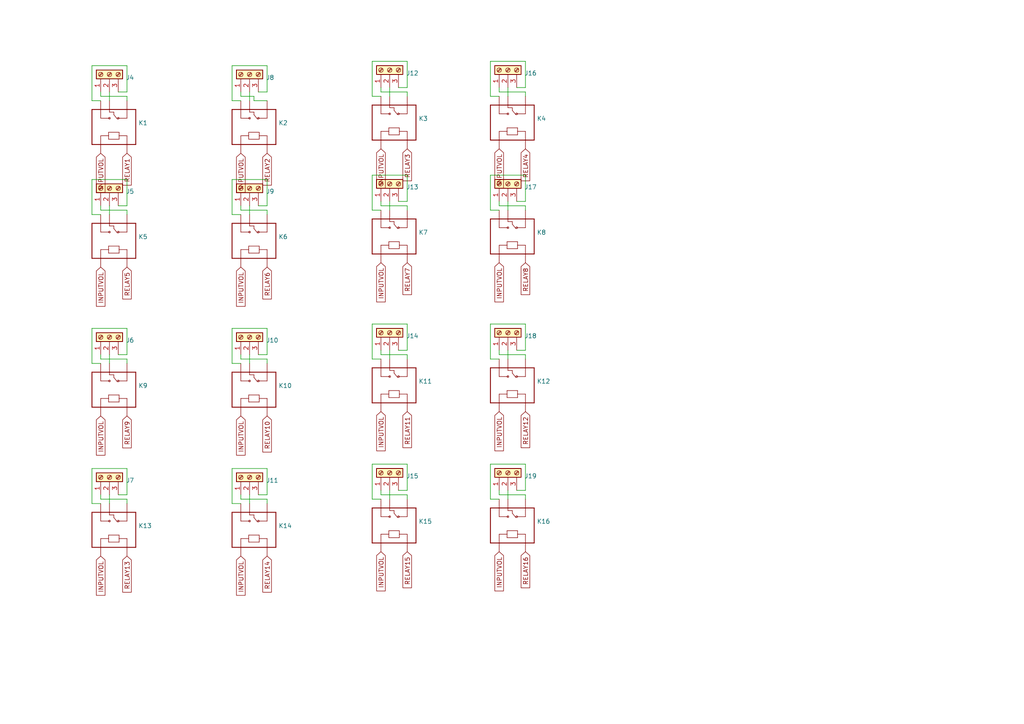
<source format=kicad_sch>
(kicad_sch (version 20211123) (generator eeschema)

  (uuid 9440908b-d263-4887-b6e8-de03d38d0315)

  (paper "A4")

  (lib_symbols
    (symbol "Connector:Screw_Terminal_01x03" (pin_names (offset 1.016) hide) (in_bom yes) (on_board yes)
      (property "Reference" "J" (id 0) (at 0 5.08 0)
        (effects (font (size 1.27 1.27)))
      )
      (property "Value" "Screw_Terminal_01x03" (id 1) (at 0 -5.08 0)
        (effects (font (size 1.27 1.27)))
      )
      (property "Footprint" "" (id 2) (at 0 0 0)
        (effects (font (size 1.27 1.27)) hide)
      )
      (property "Datasheet" "~" (id 3) (at 0 0 0)
        (effects (font (size 1.27 1.27)) hide)
      )
      (property "ki_keywords" "screw terminal" (id 4) (at 0 0 0)
        (effects (font (size 1.27 1.27)) hide)
      )
      (property "ki_description" "Generic screw terminal, single row, 01x03, script generated (kicad-library-utils/schlib/autogen/connector/)" (id 5) (at 0 0 0)
        (effects (font (size 1.27 1.27)) hide)
      )
      (property "ki_fp_filters" "TerminalBlock*:*" (id 6) (at 0 0 0)
        (effects (font (size 1.27 1.27)) hide)
      )
      (symbol "Screw_Terminal_01x03_1_1"
        (rectangle (start -1.27 3.81) (end 1.27 -3.81)
          (stroke (width 0.254) (type default) (color 0 0 0 0))
          (fill (type background))
        )
        (circle (center 0 -2.54) (radius 0.635)
          (stroke (width 0.1524) (type default) (color 0 0 0 0))
          (fill (type none))
        )
        (polyline
          (pts
            (xy -0.5334 -2.2098)
            (xy 0.3302 -3.048)
          )
          (stroke (width 0.1524) (type default) (color 0 0 0 0))
          (fill (type none))
        )
        (polyline
          (pts
            (xy -0.5334 0.3302)
            (xy 0.3302 -0.508)
          )
          (stroke (width 0.1524) (type default) (color 0 0 0 0))
          (fill (type none))
        )
        (polyline
          (pts
            (xy -0.5334 2.8702)
            (xy 0.3302 2.032)
          )
          (stroke (width 0.1524) (type default) (color 0 0 0 0))
          (fill (type none))
        )
        (polyline
          (pts
            (xy -0.3556 -2.032)
            (xy 0.508 -2.8702)
          )
          (stroke (width 0.1524) (type default) (color 0 0 0 0))
          (fill (type none))
        )
        (polyline
          (pts
            (xy -0.3556 0.508)
            (xy 0.508 -0.3302)
          )
          (stroke (width 0.1524) (type default) (color 0 0 0 0))
          (fill (type none))
        )
        (polyline
          (pts
            (xy -0.3556 3.048)
            (xy 0.508 2.2098)
          )
          (stroke (width 0.1524) (type default) (color 0 0 0 0))
          (fill (type none))
        )
        (circle (center 0 0) (radius 0.635)
          (stroke (width 0.1524) (type default) (color 0 0 0 0))
          (fill (type none))
        )
        (circle (center 0 2.54) (radius 0.635)
          (stroke (width 0.1524) (type default) (color 0 0 0 0))
          (fill (type none))
        )
        (pin passive line (at -5.08 2.54 0) (length 3.81)
          (name "Pin_1" (effects (font (size 1.27 1.27))))
          (number "1" (effects (font (size 1.27 1.27))))
        )
        (pin passive line (at -5.08 0 0) (length 3.81)
          (name "Pin_2" (effects (font (size 1.27 1.27))))
          (number "2" (effects (font (size 1.27 1.27))))
        )
        (pin passive line (at -5.08 -2.54 0) (length 3.81)
          (name "Pin_3" (effects (font (size 1.27 1.27))))
          (number "3" (effects (font (size 1.27 1.27))))
        )
      )
    )
    (symbol "iot-controller-rescue:SRD-05VDC-SL-C-SRD-05VDC-SL-C" (pin_numbers hide) (pin_names (offset 1.016) hide) (in_bom yes) (on_board yes)
      (property "Reference" "K" (id 0) (at -5.08 5.842 0)
        (effects (font (size 1.27 1.27)) (justify left bottom))
      )
      (property "Value" "SRD-05VDC-SL-C-SRD-05VDC-SL-C" (id 1) (at -5.08 -10.16 0)
        (effects (font (size 1.27 1.27)) (justify left bottom))
      )
      (property "Footprint" "RELAY_SRD-05VDC-SL-C" (id 2) (at 0 0 0)
        (effects (font (size 1.27 1.27)) (justify left bottom) hide)
      )
      (property "Datasheet" "" (id 3) (at 0 0 0)
        (effects (font (size 1.27 1.27)) (justify left bottom) hide)
      )
      (property "STANDARD" "IPC-7251" (id 4) (at 0 0 0)
        (effects (font (size 1.27 1.27)) (justify left bottom) hide)
      )
      (property "MANUFACTURER" "SONGLE RELAY" (id 5) (at 0 0 0)
        (effects (font (size 1.27 1.27)) (justify left bottom) hide)
      )
      (property "ki_locked" "" (id 6) (at 0 0 0)
        (effects (font (size 1.27 1.27)))
      )
      (symbol "SRD-05VDC-SL-C-SRD-05VDC-SL-C_0_0"
        (polyline
          (pts
            (xy -5.08 -7.62)
            (xy -5.08 5.08)
          )
          (stroke (width 0.254) (type default) (color 0 0 0 0))
          (fill (type none))
        )
        (polyline
          (pts
            (xy -5.08 2.54)
            (xy -2.54 2.54)
          )
          (stroke (width 0.1524) (type default) (color 0 0 0 0))
          (fill (type none))
        )
        (polyline
          (pts
            (xy -5.08 5.08)
            (xy 5.08 5.08)
          )
          (stroke (width 0.254) (type default) (color 0 0 0 0))
          (fill (type none))
        )
        (polyline
          (pts
            (xy -3.556 -2.794)
            (xy -2.54 -2.794)
          )
          (stroke (width 0.1524) (type default) (color 0 0 0 0))
          (fill (type none))
        )
        (polyline
          (pts
            (xy -3.556 0.254)
            (xy -3.556 -2.794)
          )
          (stroke (width 0.1524) (type default) (color 0 0 0 0))
          (fill (type none))
        )
        (polyline
          (pts
            (xy -2.54 -5.08)
            (xy -5.08 -5.08)
          )
          (stroke (width 0.1524) (type default) (color 0 0 0 0))
          (fill (type none))
        )
        (polyline
          (pts
            (xy -2.54 -2.794)
            (xy -2.54 -5.08)
          )
          (stroke (width 0.1524) (type default) (color 0 0 0 0))
          (fill (type none))
        )
        (polyline
          (pts
            (xy -2.54 -2.794)
            (xy -1.524 -2.794)
          )
          (stroke (width 0.1524) (type default) (color 0 0 0 0))
          (fill (type none))
        )
        (polyline
          (pts
            (xy -2.54 0.254)
            (xy -3.556 0.254)
          )
          (stroke (width 0.1524) (type default) (color 0 0 0 0))
          (fill (type none))
        )
        (polyline
          (pts
            (xy -2.54 2.54)
            (xy -2.54 0.254)
          )
          (stroke (width 0.1524) (type default) (color 0 0 0 0))
          (fill (type none))
        )
        (polyline
          (pts
            (xy -1.524 -2.794)
            (xy -1.524 0.254)
          )
          (stroke (width 0.1524) (type default) (color 0 0 0 0))
          (fill (type none))
        )
        (polyline
          (pts
            (xy -1.524 0.254)
            (xy -2.54 0.254)
          )
          (stroke (width 0.1524) (type default) (color 0 0 0 0))
          (fill (type none))
        )
        (polyline
          (pts
            (xy 2.54 -5.08)
            (xy 5.08 -5.08)
          )
          (stroke (width 0.1524) (type default) (color 0 0 0 0))
          (fill (type none))
        )
        (polyline
          (pts
            (xy 2.54 -2.54)
            (xy 2.54 -5.08)
          )
          (stroke (width 0.1524) (type default) (color 0 0 0 0))
          (fill (type none))
        )
        (polyline
          (pts
            (xy 2.54 2.54)
            (xy 2.54 0)
          )
          (stroke (width 0.1524) (type default) (color 0 0 0 0))
          (fill (type none))
        )
        (polyline
          (pts
            (xy 3.556 -1.27)
            (xy 2.286 -2.286)
          )
          (stroke (width 0.1524) (type default) (color 0 0 0 0))
          (fill (type none))
        )
        (polyline
          (pts
            (xy 3.556 -1.27)
            (xy 4.318 -1.27)
          )
          (stroke (width 0.1524) (type default) (color 0 0 0 0))
          (fill (type none))
        )
        (polyline
          (pts
            (xy 4.318 -1.27)
            (xy 4.318 0)
          )
          (stroke (width 0.1524) (type default) (color 0 0 0 0))
          (fill (type none))
        )
        (polyline
          (pts
            (xy 4.318 0)
            (xy 5.08 0)
          )
          (stroke (width 0.1524) (type default) (color 0 0 0 0))
          (fill (type none))
        )
        (polyline
          (pts
            (xy 5.08 -7.62)
            (xy -5.08 -7.62)
          )
          (stroke (width 0.254) (type default) (color 0 0 0 0))
          (fill (type none))
        )
        (polyline
          (pts
            (xy 5.08 0)
            (xy 5.08 -7.62)
          )
          (stroke (width 0.254) (type default) (color 0 0 0 0))
          (fill (type none))
        )
        (polyline
          (pts
            (xy 5.08 2.54)
            (xy 2.54 2.54)
          )
          (stroke (width 0.1524) (type default) (color 0 0 0 0))
          (fill (type none))
        )
        (polyline
          (pts
            (xy 5.08 5.08)
            (xy 5.08 0)
          )
          (stroke (width 0.254) (type default) (color 0 0 0 0))
          (fill (type none))
        )
        (circle (center 2.54 -2.54) (radius 0.254)
          (stroke (width 0.1524) (type default) (color 0 0 0 0))
          (fill (type none))
        )
        (circle (center 2.54 0) (radius 0.254)
          (stroke (width 0.1524) (type default) (color 0 0 0 0))
          (fill (type none))
        )
        (pin passive line (at -7.62 2.54 0) (length 2.54)
          (name "~" (effects (font (size 1.016 1.016))))
          (number "A1" (effects (font (size 1.016 1.016))))
        )
        (pin passive line (at -7.62 -5.08 0) (length 2.54)
          (name "~" (effects (font (size 1.016 1.016))))
          (number "A2" (effects (font (size 1.016 1.016))))
        )
        (pin passive line (at 7.62 0 180) (length 2.54)
          (name "~" (effects (font (size 1.016 1.016))))
          (number "COM" (effects (font (size 1.016 1.016))))
        )
        (pin passive line (at 7.62 -5.08 180) (length 2.54)
          (name "~" (effects (font (size 1.016 1.016))))
          (number "NC" (effects (font (size 1.016 1.016))))
        )
        (pin passive line (at 7.62 2.54 180) (length 2.54)
          (name "~" (effects (font (size 1.016 1.016))))
          (number "NO" (effects (font (size 1.016 1.016))))
        )
      )
    )
  )


  (wire (pts (xy 118.11 134.62) (xy 107.95 134.62))
    (stroke (width 0) (type default) (color 0 0 0 0))
    (uuid 00794893-76b3-4811-9266-94aefadd6ac7)
  )
  (wire (pts (xy 74.93 102.87) (xy 77.47 102.87))
    (stroke (width 0) (type default) (color 0 0 0 0))
    (uuid 040bd20c-6b4b-4cb9-a520-a35a28be1630)
  )
  (wire (pts (xy 118.11 102.87) (xy 118.11 104.14))
    (stroke (width 0) (type default) (color 0 0 0 0))
    (uuid 046436e8-8b86-4fd5-a848-0b47d82e6bbb)
  )
  (wire (pts (xy 72.39 102.87) (xy 72.39 105.41))
    (stroke (width 0) (type default) (color 0 0 0 0))
    (uuid 0686b032-6512-4c60-a887-b9306259c5e0)
  )
  (wire (pts (xy 29.21 60.96) (xy 36.83 60.96))
    (stroke (width 0) (type default) (color 0 0 0 0))
    (uuid 068cc416-8683-476c-aece-b68590df4f18)
  )
  (wire (pts (xy 77.47 95.25) (xy 67.31 95.25))
    (stroke (width 0) (type default) (color 0 0 0 0))
    (uuid 08926614-3fbc-4bf8-b435-b3eea393d3bc)
  )
  (wire (pts (xy 26.67 19.05) (xy 26.67 29.21))
    (stroke (width 0) (type default) (color 0 0 0 0))
    (uuid 0ac49fe6-2cd7-42b3-ac6d-67f069fae4cd)
  )
  (wire (pts (xy 29.21 26.67) (xy 29.21 27.94))
    (stroke (width 0) (type default) (color 0 0 0 0))
    (uuid 0b8305f2-271a-4753-8bcc-2a8c09746f94)
  )
  (wire (pts (xy 67.31 95.25) (xy 67.31 105.41))
    (stroke (width 0) (type default) (color 0 0 0 0))
    (uuid 0ba53787-2ae2-4c9c-9f9b-b0670687504d)
  )
  (wire (pts (xy 152.4 134.62) (xy 142.24 134.62))
    (stroke (width 0) (type default) (color 0 0 0 0))
    (uuid 0c2e5f4a-f54d-442a-8398-c390f00da3a5)
  )
  (wire (pts (xy 36.83 135.89) (xy 26.67 135.89))
    (stroke (width 0) (type default) (color 0 0 0 0))
    (uuid 0ce2082c-bfdd-45bf-a2fb-16af04530e82)
  )
  (wire (pts (xy 72.39 59.69) (xy 72.39 62.23))
    (stroke (width 0) (type default) (color 0 0 0 0))
    (uuid 106f9166-50e1-41ce-a682-08acc5d15675)
  )
  (wire (pts (xy 31.75 143.51) (xy 31.75 146.05))
    (stroke (width 0) (type default) (color 0 0 0 0))
    (uuid 1123ea56-21a5-47a5-9ad7-4786b231c57c)
  )
  (wire (pts (xy 149.86 25.4) (xy 152.4 25.4))
    (stroke (width 0) (type default) (color 0 0 0 0))
    (uuid 11d8e784-895c-4233-81bd-48984aac060a)
  )
  (wire (pts (xy 69.85 144.78) (xy 77.47 144.78))
    (stroke (width 0) (type default) (color 0 0 0 0))
    (uuid 1314cc09-ec0b-4c1a-a498-5b3181ee6f84)
  )
  (wire (pts (xy 29.21 104.14) (xy 36.83 104.14))
    (stroke (width 0) (type default) (color 0 0 0 0))
    (uuid 135f2385-3943-493a-a831-a6b6df65b196)
  )
  (wire (pts (xy 147.32 101.6) (xy 147.32 104.14))
    (stroke (width 0) (type default) (color 0 0 0 0))
    (uuid 13cfc111-af60-4ea9-b245-a874e70b1dbd)
  )
  (wire (pts (xy 36.83 143.51) (xy 36.83 135.89))
    (stroke (width 0) (type default) (color 0 0 0 0))
    (uuid 14083bcc-c735-4a83-82b8-173b9275b59e)
  )
  (wire (pts (xy 73.66 27.94) (xy 69.85 27.94))
    (stroke (width 0) (type default) (color 0 0 0 0))
    (uuid 140b622c-1520-4608-b5c7-d9ff32ab5cf8)
  )
  (wire (pts (xy 152.4 59.69) (xy 152.4 60.96))
    (stroke (width 0) (type default) (color 0 0 0 0))
    (uuid 148d548d-c238-4613-be2a-5652d20c6c72)
  )
  (wire (pts (xy 144.78 58.42) (xy 144.78 59.69))
    (stroke (width 0) (type default) (color 0 0 0 0))
    (uuid 19456b76-fb1d-4c51-bb1f-ae23bba90b55)
  )
  (wire (pts (xy 74.93 26.67) (xy 77.47 26.67))
    (stroke (width 0) (type default) (color 0 0 0 0))
    (uuid 1ca6efb7-d216-4a9c-9185-a137a2dee93d)
  )
  (wire (pts (xy 149.86 58.42) (xy 152.4 58.42))
    (stroke (width 0) (type default) (color 0 0 0 0))
    (uuid 1e78e7bc-946f-46c4-8867-c49d5ab4e384)
  )
  (wire (pts (xy 69.85 102.87) (xy 69.85 104.14))
    (stroke (width 0) (type default) (color 0 0 0 0))
    (uuid 20e95b09-b551-4440-bce4-c56870b2e4ff)
  )
  (wire (pts (xy 142.24 27.94) (xy 144.78 27.94))
    (stroke (width 0) (type default) (color 0 0 0 0))
    (uuid 20fb8a32-3a9e-4872-8f9f-e8a9ddd94efe)
  )
  (wire (pts (xy 69.85 143.51) (xy 69.85 144.78))
    (stroke (width 0) (type default) (color 0 0 0 0))
    (uuid 20ffdcce-c183-44f4-a348-d173828296ad)
  )
  (wire (pts (xy 107.95 17.78) (xy 107.95 27.94))
    (stroke (width 0) (type default) (color 0 0 0 0))
    (uuid 2112d537-daac-46f7-bccb-4fe69013fa76)
  )
  (wire (pts (xy 118.11 93.98) (xy 107.95 93.98))
    (stroke (width 0) (type default) (color 0 0 0 0))
    (uuid 21e0c91a-0728-4bfa-aed2-8e7143a9f9e3)
  )
  (wire (pts (xy 77.47 26.67) (xy 77.47 19.05))
    (stroke (width 0) (type default) (color 0 0 0 0))
    (uuid 24df3133-19da-4c78-9916-7f5b20c64d58)
  )
  (wire (pts (xy 110.49 143.51) (xy 118.11 143.51))
    (stroke (width 0) (type default) (color 0 0 0 0))
    (uuid 2666cf96-34e6-4bb9-8230-5d186a12e4dd)
  )
  (wire (pts (xy 142.24 50.8) (xy 142.24 60.96))
    (stroke (width 0) (type default) (color 0 0 0 0))
    (uuid 26c901bb-b706-418f-90cb-d21fdea7c361)
  )
  (wire (pts (xy 147.32 142.24) (xy 147.32 144.78))
    (stroke (width 0) (type default) (color 0 0 0 0))
    (uuid 276bc006-10e1-4355-a7a5-a3de4c6d739e)
  )
  (wire (pts (xy 36.83 102.87) (xy 36.83 95.25))
    (stroke (width 0) (type default) (color 0 0 0 0))
    (uuid 2860cd2b-c01c-4e92-849f-aa775b3564d3)
  )
  (wire (pts (xy 149.86 101.6) (xy 152.4 101.6))
    (stroke (width 0) (type default) (color 0 0 0 0))
    (uuid 290e2502-e8b1-4172-a51b-4b68a2b7320d)
  )
  (wire (pts (xy 118.11 26.67) (xy 118.11 27.94))
    (stroke (width 0) (type default) (color 0 0 0 0))
    (uuid 2aaadfe0-002a-441d-bf93-d2cca8e724ec)
  )
  (wire (pts (xy 36.83 59.69) (xy 36.83 52.07))
    (stroke (width 0) (type default) (color 0 0 0 0))
    (uuid 2ac9e47e-6020-42d6-82e3-1e7efaba0fce)
  )
  (wire (pts (xy 29.21 102.87) (xy 29.21 104.14))
    (stroke (width 0) (type default) (color 0 0 0 0))
    (uuid 2c64f99f-8117-4c0f-a269-3c3d0584d1e2)
  )
  (wire (pts (xy 142.24 134.62) (xy 142.24 144.78))
    (stroke (width 0) (type default) (color 0 0 0 0))
    (uuid 2e1e050c-109e-4b3a-ad1f-b75b0822f448)
  )
  (wire (pts (xy 29.21 144.78) (xy 36.83 144.78))
    (stroke (width 0) (type default) (color 0 0 0 0))
    (uuid 2e635ebe-fa9a-40ac-9d4e-d23cf69d1041)
  )
  (wire (pts (xy 118.11 101.6) (xy 118.11 93.98))
    (stroke (width 0) (type default) (color 0 0 0 0))
    (uuid 307f1853-c090-45b3-8039-b7e267e689db)
  )
  (wire (pts (xy 144.78 101.6) (xy 144.78 102.87))
    (stroke (width 0) (type default) (color 0 0 0 0))
    (uuid 309ed5b6-4fe6-467c-854e-9fd658a35f56)
  )
  (wire (pts (xy 115.57 142.24) (xy 118.11 142.24))
    (stroke (width 0) (type default) (color 0 0 0 0))
    (uuid 33fb0006-0087-4fa2-ada2-c6ab4ecddf15)
  )
  (wire (pts (xy 118.11 58.42) (xy 118.11 50.8))
    (stroke (width 0) (type default) (color 0 0 0 0))
    (uuid 3a2b5d9a-086c-4b3e-a1e3-82a4d59a0eae)
  )
  (wire (pts (xy 31.75 29.21) (xy 31.75 26.67))
    (stroke (width 0) (type default) (color 0 0 0 0))
    (uuid 40ce7441-fc1c-4670-b705-091e3a3c1ae1)
  )
  (wire (pts (xy 110.49 59.69) (xy 118.11 59.69))
    (stroke (width 0) (type default) (color 0 0 0 0))
    (uuid 448d5613-187a-4796-8402-b5cd62670c79)
  )
  (wire (pts (xy 144.78 102.87) (xy 152.4 102.87))
    (stroke (width 0) (type default) (color 0 0 0 0))
    (uuid 473f2a49-cb44-43f8-bb34-b4f9c32e72da)
  )
  (wire (pts (xy 107.95 104.14) (xy 110.49 104.14))
    (stroke (width 0) (type default) (color 0 0 0 0))
    (uuid 4851349c-5ce4-4e99-8cef-a0d7e6e48118)
  )
  (wire (pts (xy 152.4 17.78) (xy 142.24 17.78))
    (stroke (width 0) (type default) (color 0 0 0 0))
    (uuid 4b530623-c209-4bef-80f4-bebca7a0349d)
  )
  (wire (pts (xy 67.31 52.07) (xy 67.31 62.23))
    (stroke (width 0) (type default) (color 0 0 0 0))
    (uuid 4d8f856b-f9be-4d16-a397-f144ccbf321d)
  )
  (wire (pts (xy 152.4 58.42) (xy 152.4 50.8))
    (stroke (width 0) (type default) (color 0 0 0 0))
    (uuid 4f578374-8b0d-4461-bb4f-3312b6941117)
  )
  (wire (pts (xy 147.32 58.42) (xy 147.32 60.96))
    (stroke (width 0) (type default) (color 0 0 0 0))
    (uuid 501f6d16-5168-469e-82a6-a2377e4e6f52)
  )
  (wire (pts (xy 31.75 102.87) (xy 31.75 105.41))
    (stroke (width 0) (type default) (color 0 0 0 0))
    (uuid 52037345-8293-45bb-bc32-5b6bc89855de)
  )
  (wire (pts (xy 67.31 62.23) (xy 69.85 62.23))
    (stroke (width 0) (type default) (color 0 0 0 0))
    (uuid 520c795f-396e-4456-8d22-e29a89df2544)
  )
  (wire (pts (xy 77.47 104.14) (xy 77.47 105.41))
    (stroke (width 0) (type default) (color 0 0 0 0))
    (uuid 5617fc57-ddc3-4aea-a2d4-4f94ee6bd6e4)
  )
  (wire (pts (xy 144.78 142.24) (xy 144.78 143.51))
    (stroke (width 0) (type default) (color 0 0 0 0))
    (uuid 566dc99b-6e48-4586-8e92-b4280eadc259)
  )
  (wire (pts (xy 144.78 59.69) (xy 152.4 59.69))
    (stroke (width 0) (type default) (color 0 0 0 0))
    (uuid 58bdbae4-291c-4ae4-b7da-82f46c4b70fe)
  )
  (wire (pts (xy 118.11 142.24) (xy 118.11 134.62))
    (stroke (width 0) (type default) (color 0 0 0 0))
    (uuid 5efbf2fb-a7ac-4b3f-a5e8-6f8fdb919f75)
  )
  (wire (pts (xy 77.47 102.87) (xy 77.47 95.25))
    (stroke (width 0) (type default) (color 0 0 0 0))
    (uuid 60851c6d-a238-4c22-9a15-6d61b36fc72b)
  )
  (wire (pts (xy 107.95 144.78) (xy 110.49 144.78))
    (stroke (width 0) (type default) (color 0 0 0 0))
    (uuid 623ddd88-12cf-46e1-97b2-90d8dc0d639b)
  )
  (wire (pts (xy 34.29 59.69) (xy 36.83 59.69))
    (stroke (width 0) (type default) (color 0 0 0 0))
    (uuid 62952c51-447f-4efe-954f-217bfec0d58e)
  )
  (wire (pts (xy 77.47 29.21) (xy 73.66 29.21))
    (stroke (width 0) (type default) (color 0 0 0 0))
    (uuid 62d4a341-91c5-4db2-8b81-e8e48418dbab)
  )
  (wire (pts (xy 142.24 93.98) (xy 142.24 104.14))
    (stroke (width 0) (type default) (color 0 0 0 0))
    (uuid 6335b1fa-bbdb-4a88-add1-4684fb4a2f1c)
  )
  (wire (pts (xy 142.24 144.78) (xy 144.78 144.78))
    (stroke (width 0) (type default) (color 0 0 0 0))
    (uuid 63890f76-2385-474e-bcb2-a77d3f56851f)
  )
  (wire (pts (xy 142.24 104.14) (xy 144.78 104.14))
    (stroke (width 0) (type default) (color 0 0 0 0))
    (uuid 67698017-d43d-4ff7-a3e7-cbdb8b37176b)
  )
  (wire (pts (xy 67.31 135.89) (xy 67.31 146.05))
    (stroke (width 0) (type default) (color 0 0 0 0))
    (uuid 69ec0ced-c971-402d-9b46-97babc30e3b0)
  )
  (wire (pts (xy 144.78 26.67) (xy 152.4 26.67))
    (stroke (width 0) (type default) (color 0 0 0 0))
    (uuid 69f6fdba-b4c3-45f0-9423-4238c4d41fd6)
  )
  (wire (pts (xy 69.85 60.96) (xy 77.47 60.96))
    (stroke (width 0) (type default) (color 0 0 0 0))
    (uuid 6c0bacb1-d6db-41e5-b584-c8d51b045177)
  )
  (wire (pts (xy 26.67 62.23) (xy 29.21 62.23))
    (stroke (width 0) (type default) (color 0 0 0 0))
    (uuid 6f282b86-48e7-47e4-a3ad-2e1631f89a5e)
  )
  (wire (pts (xy 107.95 27.94) (xy 110.49 27.94))
    (stroke (width 0) (type default) (color 0 0 0 0))
    (uuid 72d6ef9a-50b4-4d9a-847b-607e58018578)
  )
  (wire (pts (xy 36.83 144.78) (xy 36.83 146.05))
    (stroke (width 0) (type default) (color 0 0 0 0))
    (uuid 739cf625-fb4d-4146-aedf-3c30a0b58a84)
  )
  (wire (pts (xy 26.67 146.05) (xy 29.21 146.05))
    (stroke (width 0) (type default) (color 0 0 0 0))
    (uuid 73c9a6ea-09ce-4bb6-a9a4-cfdcb9c0af06)
  )
  (wire (pts (xy 73.66 29.21) (xy 73.66 27.94))
    (stroke (width 0) (type default) (color 0 0 0 0))
    (uuid 7626d7e5-063d-4c1f-9724-85e41302a288)
  )
  (wire (pts (xy 118.11 50.8) (xy 107.95 50.8))
    (stroke (width 0) (type default) (color 0 0 0 0))
    (uuid 77b22dda-d39e-4161-ad9a-e25749b3749e)
  )
  (wire (pts (xy 36.83 60.96) (xy 36.83 62.23))
    (stroke (width 0) (type default) (color 0 0 0 0))
    (uuid 7a409d79-dc67-453f-acc5-9447eb37fb43)
  )
  (wire (pts (xy 34.29 143.51) (xy 36.83 143.51))
    (stroke (width 0) (type default) (color 0 0 0 0))
    (uuid 7c3f0cd9-7fe7-4d3f-bb58-d896ba19ca3d)
  )
  (wire (pts (xy 152.4 25.4) (xy 152.4 17.78))
    (stroke (width 0) (type default) (color 0 0 0 0))
    (uuid 7deb2c8f-2f08-45d4-b48f-f6be9baafc42)
  )
  (wire (pts (xy 110.49 142.24) (xy 110.49 143.51))
    (stroke (width 0) (type default) (color 0 0 0 0))
    (uuid 7f586d18-5ef7-4ed4-a800-e0fd84d12121)
  )
  (wire (pts (xy 152.4 93.98) (xy 142.24 93.98))
    (stroke (width 0) (type default) (color 0 0 0 0))
    (uuid 80870d5c-b6d3-44cf-8948-548b001faa83)
  )
  (wire (pts (xy 36.83 52.07) (xy 26.67 52.07))
    (stroke (width 0) (type default) (color 0 0 0 0))
    (uuid 86c2d556-6d0b-4e01-a4bb-2573d904a3ca)
  )
  (wire (pts (xy 67.31 105.41) (xy 69.85 105.41))
    (stroke (width 0) (type default) (color 0 0 0 0))
    (uuid 86f68b1a-9be8-4322-b73d-d550e12b72f6)
  )
  (wire (pts (xy 34.29 26.67) (xy 36.83 26.67))
    (stroke (width 0) (type default) (color 0 0 0 0))
    (uuid 8fbc42ef-924e-48e3-afe3-33d587d2c579)
  )
  (wire (pts (xy 107.95 50.8) (xy 107.95 60.96))
    (stroke (width 0) (type default) (color 0 0 0 0))
    (uuid 91502b4f-4430-4bbf-9624-7cafd93226b4)
  )
  (wire (pts (xy 152.4 50.8) (xy 142.24 50.8))
    (stroke (width 0) (type default) (color 0 0 0 0))
    (uuid 927750bb-0730-453f-82b1-b66c8859ae43)
  )
  (wire (pts (xy 26.67 52.07) (xy 26.67 62.23))
    (stroke (width 0) (type default) (color 0 0 0 0))
    (uuid 977a8704-4b74-47d9-8e22-b31b4ea45fbd)
  )
  (wire (pts (xy 77.47 52.07) (xy 67.31 52.07))
    (stroke (width 0) (type default) (color 0 0 0 0))
    (uuid 97a41990-3637-4bd4-aeb0-91954e3e95d5)
  )
  (wire (pts (xy 147.32 25.4) (xy 147.32 27.94))
    (stroke (width 0) (type default) (color 0 0 0 0))
    (uuid 9971d509-caf1-407d-8c2d-29c9ffdf4a65)
  )
  (wire (pts (xy 74.93 143.51) (xy 77.47 143.51))
    (stroke (width 0) (type default) (color 0 0 0 0))
    (uuid 9979b85f-3ad1-47f3-8376-f13bb323c9cd)
  )
  (wire (pts (xy 115.57 25.4) (xy 118.11 25.4))
    (stroke (width 0) (type default) (color 0 0 0 0))
    (uuid 9a033003-dae2-4a0a-9da7-587342d2f6a5)
  )
  (wire (pts (xy 36.83 19.05) (xy 26.67 19.05))
    (stroke (width 0) (type default) (color 0 0 0 0))
    (uuid 9bcbabcb-2156-4b8c-a3de-7f2a2fdfa650)
  )
  (wire (pts (xy 115.57 58.42) (xy 118.11 58.42))
    (stroke (width 0) (type default) (color 0 0 0 0))
    (uuid 9ff41069-a82b-4300-96e2-528daf19bc68)
  )
  (wire (pts (xy 107.95 60.96) (xy 110.49 60.96))
    (stroke (width 0) (type default) (color 0 0 0 0))
    (uuid 9ffa3fc3-45c6-40b2-9662-a72904987016)
  )
  (wire (pts (xy 26.67 95.25) (xy 26.67 105.41))
    (stroke (width 0) (type default) (color 0 0 0 0))
    (uuid a2bf43d1-be69-4d94-95f8-dc69c7e7e91e)
  )
  (wire (pts (xy 67.31 29.21) (xy 69.85 29.21))
    (stroke (width 0) (type default) (color 0 0 0 0))
    (uuid a789bb6a-6a22-4dda-9ad5-799982481586)
  )
  (wire (pts (xy 29.21 143.51) (xy 29.21 144.78))
    (stroke (width 0) (type default) (color 0 0 0 0))
    (uuid a8054c56-ae34-430a-8ecc-eceefb6216af)
  )
  (wire (pts (xy 77.47 135.89) (xy 67.31 135.89))
    (stroke (width 0) (type default) (color 0 0 0 0))
    (uuid a834e8ac-32c4-4acc-8421-3595badb7817)
  )
  (wire (pts (xy 77.47 144.78) (xy 77.47 146.05))
    (stroke (width 0) (type default) (color 0 0 0 0))
    (uuid aafcef2f-ad7c-4dd2-a39b-b60caee739d1)
  )
  (wire (pts (xy 144.78 25.4) (xy 144.78 26.67))
    (stroke (width 0) (type default) (color 0 0 0 0))
    (uuid acf63eb2-26ca-4ffc-bc46-b0ed1d3b1c05)
  )
  (wire (pts (xy 152.4 101.6) (xy 152.4 93.98))
    (stroke (width 0) (type default) (color 0 0 0 0))
    (uuid ade84fb7-25bd-445b-b55f-f25b63efd35e)
  )
  (wire (pts (xy 26.67 135.89) (xy 26.67 146.05))
    (stroke (width 0) (type default) (color 0 0 0 0))
    (uuid ae3e64e6-7fc4-4d45-9f32-57befff51eaf)
  )
  (wire (pts (xy 72.39 143.51) (xy 72.39 146.05))
    (stroke (width 0) (type default) (color 0 0 0 0))
    (uuid af98a5b1-3aa0-46c4-8e82-692927e6baca)
  )
  (wire (pts (xy 26.67 29.21) (xy 29.21 29.21))
    (stroke (width 0) (type default) (color 0 0 0 0))
    (uuid b00fd0fc-40ba-41b0-ba82-96865308de9b)
  )
  (wire (pts (xy 152.4 26.67) (xy 152.4 27.94))
    (stroke (width 0) (type default) (color 0 0 0 0))
    (uuid b0898f71-672e-489e-9f12-9f4707f96b5f)
  )
  (wire (pts (xy 36.83 104.14) (xy 36.83 105.41))
    (stroke (width 0) (type default) (color 0 0 0 0))
    (uuid b22bc18e-26e6-4284-9c66-6659067ef4f3)
  )
  (wire (pts (xy 113.03 25.4) (xy 113.03 27.94))
    (stroke (width 0) (type default) (color 0 0 0 0))
    (uuid b2a43ed0-23c2-4e57-9662-9776c5350842)
  )
  (wire (pts (xy 77.47 59.69) (xy 77.47 52.07))
    (stroke (width 0) (type default) (color 0 0 0 0))
    (uuid b49b2618-70b3-45e8-9030-3684f108e4aa)
  )
  (wire (pts (xy 113.03 142.24) (xy 113.03 144.78))
    (stroke (width 0) (type default) (color 0 0 0 0))
    (uuid b715dd21-0da7-4ac4-87d9-780bd57acbfa)
  )
  (wire (pts (xy 110.49 101.6) (xy 110.49 102.87))
    (stroke (width 0) (type default) (color 0 0 0 0))
    (uuid b8420db8-ba87-4d8e-8129-1f648baf5994)
  )
  (wire (pts (xy 110.49 102.87) (xy 118.11 102.87))
    (stroke (width 0) (type default) (color 0 0 0 0))
    (uuid b8542561-fea1-4d06-88d6-cb7f62456f63)
  )
  (wire (pts (xy 110.49 26.67) (xy 118.11 26.67))
    (stroke (width 0) (type default) (color 0 0 0 0))
    (uuid ba6f6f62-d60d-4bc2-8bb9-27ee37513eb1)
  )
  (wire (pts (xy 113.03 101.6) (xy 113.03 104.14))
    (stroke (width 0) (type default) (color 0 0 0 0))
    (uuid bac7d7fb-3c5f-4f5c-bcf3-a7c73dc05f14)
  )
  (wire (pts (xy 110.49 25.4) (xy 110.49 26.67))
    (stroke (width 0) (type default) (color 0 0 0 0))
    (uuid bbd0c111-03e1-4041-9aca-029af7b4ccf2)
  )
  (wire (pts (xy 67.31 19.05) (xy 67.31 29.21))
    (stroke (width 0) (type default) (color 0 0 0 0))
    (uuid bbe0e9a0-5a98-4741-920c-67754d19d8f1)
  )
  (wire (pts (xy 118.11 59.69) (xy 118.11 60.96))
    (stroke (width 0) (type default) (color 0 0 0 0))
    (uuid bc23923f-5ab3-406e-8ea9-9aeda5201ee6)
  )
  (wire (pts (xy 77.47 143.51) (xy 77.47 135.89))
    (stroke (width 0) (type default) (color 0 0 0 0))
    (uuid bd0e2e60-4712-4b2b-82ab-5415edfee087)
  )
  (wire (pts (xy 69.85 59.69) (xy 69.85 60.96))
    (stroke (width 0) (type default) (color 0 0 0 0))
    (uuid bd5a6744-5d00-444d-bc66-95746cf1b501)
  )
  (wire (pts (xy 26.67 105.41) (xy 29.21 105.41))
    (stroke (width 0) (type default) (color 0 0 0 0))
    (uuid bd9ab3a4-a4da-45a9-9f3d-eca45db44270)
  )
  (wire (pts (xy 107.95 134.62) (xy 107.95 144.78))
    (stroke (width 0) (type default) (color 0 0 0 0))
    (uuid bde6ffbd-dadb-4d38-88a9-7ff0e11d4a2c)
  )
  (wire (pts (xy 72.39 26.67) (xy 72.39 29.21))
    (stroke (width 0) (type default) (color 0 0 0 0))
    (uuid c0520d5a-4c4e-489c-bfbc-6ae46963459f)
  )
  (wire (pts (xy 29.21 59.69) (xy 29.21 60.96))
    (stroke (width 0) (type default) (color 0 0 0 0))
    (uuid c12759d0-6a64-4fe6-b4ad-6b256a2f1269)
  )
  (wire (pts (xy 77.47 60.96) (xy 77.47 62.23))
    (stroke (width 0) (type default) (color 0 0 0 0))
    (uuid c2447125-2547-409c-9a39-543d495e0cb9)
  )
  (wire (pts (xy 142.24 17.78) (xy 142.24 27.94))
    (stroke (width 0) (type default) (color 0 0 0 0))
    (uuid c29cd904-9cf0-41d9-aa8f-7a1d55857bdb)
  )
  (wire (pts (xy 144.78 143.51) (xy 152.4 143.51))
    (stroke (width 0) (type default) (color 0 0 0 0))
    (uuid c3b75714-df37-4c6b-a145-25bc7455cc33)
  )
  (wire (pts (xy 152.4 143.51) (xy 152.4 144.78))
    (stroke (width 0) (type default) (color 0 0 0 0))
    (uuid c610a7b7-837a-4970-b84d-0aa0061cfb77)
  )
  (wire (pts (xy 31.75 62.23) (xy 31.75 59.69))
    (stroke (width 0) (type default) (color 0 0 0 0))
    (uuid c66df53d-a276-4338-a891-6e277f7496c7)
  )
  (wire (pts (xy 69.85 104.14) (xy 77.47 104.14))
    (stroke (width 0) (type default) (color 0 0 0 0))
    (uuid c8c6a004-4700-42cb-9cbd-e4964cffd6f9)
  )
  (wire (pts (xy 152.4 142.24) (xy 152.4 134.62))
    (stroke (width 0) (type default) (color 0 0 0 0))
    (uuid c9fc7a82-7082-4b2f-aa94-24c1daa23ad5)
  )
  (wire (pts (xy 149.86 142.24) (xy 152.4 142.24))
    (stroke (width 0) (type default) (color 0 0 0 0))
    (uuid cd755457-5f72-4dfb-88ca-42206fef51c6)
  )
  (wire (pts (xy 29.21 27.94) (xy 36.83 27.94))
    (stroke (width 0) (type default) (color 0 0 0 0))
    (uuid cf661954-f1aa-46b1-8632-e3ff7e2639ab)
  )
  (wire (pts (xy 36.83 95.25) (xy 26.67 95.25))
    (stroke (width 0) (type default) (color 0 0 0 0))
    (uuid d0b16dd3-f3c4-4a33-b740-4e0577ef87ec)
  )
  (wire (pts (xy 107.95 93.98) (xy 107.95 104.14))
    (stroke (width 0) (type default) (color 0 0 0 0))
    (uuid d17feb72-0730-43d5-93a5-6b766a32cf06)
  )
  (wire (pts (xy 113.03 58.42) (xy 113.03 60.96))
    (stroke (width 0) (type default) (color 0 0 0 0))
    (uuid d276a91a-8329-456d-9578-560b3431615a)
  )
  (wire (pts (xy 77.47 19.05) (xy 67.31 19.05))
    (stroke (width 0) (type default) (color 0 0 0 0))
    (uuid d71fef6a-9181-43b7-9f03-f014171d6c12)
  )
  (wire (pts (xy 115.57 101.6) (xy 118.11 101.6))
    (stroke (width 0) (type default) (color 0 0 0 0))
    (uuid da686651-0c52-4c1a-a430-1fa52ddd54f8)
  )
  (wire (pts (xy 142.24 60.96) (xy 144.78 60.96))
    (stroke (width 0) (type default) (color 0 0 0 0))
    (uuid e49aa48d-feb8-42df-a06d-d2f2cc3b5b8a)
  )
  (wire (pts (xy 152.4 102.87) (xy 152.4 104.14))
    (stroke (width 0) (type default) (color 0 0 0 0))
    (uuid e5f750ac-4534-4c68-ab4d-aadc40561371)
  )
  (wire (pts (xy 118.11 143.51) (xy 118.11 144.78))
    (stroke (width 0) (type default) (color 0 0 0 0))
    (uuid e845871a-b62b-41b1-bf69-5766dc6e114b)
  )
  (wire (pts (xy 118.11 25.4) (xy 118.11 17.78))
    (stroke (width 0) (type default) (color 0 0 0 0))
    (uuid ea0392a1-bbaf-4f01-98d3-8f82cc3960d1)
  )
  (wire (pts (xy 118.11 17.78) (xy 107.95 17.78))
    (stroke (width 0) (type default) (color 0 0 0 0))
    (uuid eca422cc-fbf9-4d9a-8c9e-1596358a572d)
  )
  (wire (pts (xy 36.83 27.94) (xy 36.83 29.21))
    (stroke (width 0) (type default) (color 0 0 0 0))
    (uuid f190c961-0c85-425c-909a-5ae67262c354)
  )
  (wire (pts (xy 34.29 102.87) (xy 36.83 102.87))
    (stroke (width 0) (type default) (color 0 0 0 0))
    (uuid f3cb5cf7-4aad-4c8c-8cb8-81c58a667abb)
  )
  (wire (pts (xy 74.93 59.69) (xy 77.47 59.69))
    (stroke (width 0) (type default) (color 0 0 0 0))
    (uuid f3d730ae-84e8-4c96-8bbe-91d64dd89c6e)
  )
  (wire (pts (xy 36.83 26.67) (xy 36.83 19.05))
    (stroke (width 0) (type default) (color 0 0 0 0))
    (uuid f8fb77b9-fcec-4a75-b4e9-f35e21342e12)
  )
  (wire (pts (xy 67.31 146.05) (xy 69.85 146.05))
    (stroke (width 0) (type default) (color 0 0 0 0))
    (uuid f9ff2a83-5f09-4f3c-b44a-31831aa7d9f5)
  )
  (wire (pts (xy 69.85 27.94) (xy 69.85 26.67))
    (stroke (width 0) (type default) (color 0 0 0 0))
    (uuid fcdead9c-2219-4a68-b8a4-2480a687578d)
  )
  (wire (pts (xy 110.49 58.42) (xy 110.49 59.69))
    (stroke (width 0) (type default) (color 0 0 0 0))
    (uuid fe0e5ae0-f5ca-4d9e-b478-9cf2624e4756)
  )

  (global_label "INPUTVOL" (shape input) (at 110.49 43.18 270) (fields_autoplaced)
    (effects (font (size 1.27 1.27)) (justify right))
    (uuid 0613e560-56e0-4575-b1be-3308bc659066)
    (property "Intersheet References" "${INTERSHEET_REFS}" (id 0) (at 0 0 0)
      (effects (font (size 1.27 1.27)) hide)
    )
  )
  (global_label "INPUTVOL" (shape input) (at 69.85 161.29 270) (fields_autoplaced)
    (effects (font (size 1.27 1.27)) (justify right))
    (uuid 0de0d5ad-fb8f-40a8-b7ee-7c32f17783e0)
    (property "Intersheet References" "${INTERSHEET_REFS}" (id 0) (at 0 0 0)
      (effects (font (size 1.27 1.27)) hide)
    )
  )
  (global_label "RELAY2" (shape input) (at 77.47 44.45 270) (fields_autoplaced)
    (effects (font (size 1.27 1.27)) (justify right))
    (uuid 1b768760-55ba-488e-bce0-107c27a95607)
    (property "Intersheet References" "${INTERSHEET_REFS}" (id 0) (at 0 0 0)
      (effects (font (size 1.27 1.27)) hide)
    )
  )
  (global_label "RELAY15" (shape input) (at 118.11 160.02 270) (fields_autoplaced)
    (effects (font (size 1.27 1.27)) (justify right))
    (uuid 1ff82971-8cb3-402e-b511-f9d61d3adad4)
    (property "Intersheet References" "${INTERSHEET_REFS}" (id 0) (at 0 0 0)
      (effects (font (size 1.27 1.27)) hide)
    )
  )
  (global_label "INPUTVOL" (shape input) (at 29.21 120.65 270) (fields_autoplaced)
    (effects (font (size 1.27 1.27)) (justify right))
    (uuid 2168c3e4-b526-4239-ae23-ab4ae21862a3)
    (property "Intersheet References" "${INTERSHEET_REFS}" (id 0) (at 0 0 0)
      (effects (font (size 1.27 1.27)) hide)
    )
  )
  (global_label "INPUTVOL" (shape input) (at 29.21 44.45 270) (fields_autoplaced)
    (effects (font (size 1.27 1.27)) (justify right))
    (uuid 28962aa8-5586-4ce4-8904-cdd013f97f1d)
    (property "Intersheet References" "${INTERSHEET_REFS}" (id 0) (at 0 0 0)
      (effects (font (size 1.27 1.27)) hide)
    )
  )
  (global_label "RELAY8" (shape input) (at 152.4 76.2 270) (fields_autoplaced)
    (effects (font (size 1.27 1.27)) (justify right))
    (uuid 2cfef8d0-ff04-47b6-9f48-53e5f3187a2b)
    (property "Intersheet References" "${INTERSHEET_REFS}" (id 0) (at 0 0 0)
      (effects (font (size 1.27 1.27)) hide)
    )
  )
  (global_label "RELAY4" (shape input) (at 152.4 43.18 270) (fields_autoplaced)
    (effects (font (size 1.27 1.27)) (justify right))
    (uuid 2ea621a0-0dff-422e-bdb1-6495610e847e)
    (property "Intersheet References" "${INTERSHEET_REFS}" (id 0) (at 0 0 0)
      (effects (font (size 1.27 1.27)) hide)
    )
  )
  (global_label "INPUTVOL" (shape input) (at 29.21 77.47 270) (fields_autoplaced)
    (effects (font (size 1.27 1.27)) (justify right))
    (uuid 30cabf2d-faaa-4e8c-b92c-5717975d175d)
    (property "Intersheet References" "${INTERSHEET_REFS}" (id 0) (at 0 0 0)
      (effects (font (size 1.27 1.27)) hide)
    )
  )
  (global_label "RELAY3" (shape input) (at 118.11 43.18 270) (fields_autoplaced)
    (effects (font (size 1.27 1.27)) (justify right))
    (uuid 35292c14-f513-4681-a3d9-ad9868ce2fb1)
    (property "Intersheet References" "${INTERSHEET_REFS}" (id 0) (at 0 0 0)
      (effects (font (size 1.27 1.27)) hide)
    )
  )
  (global_label "RELAY1" (shape input) (at 36.83 44.45 270) (fields_autoplaced)
    (effects (font (size 1.27 1.27)) (justify right))
    (uuid 3780afca-eb01-4cb2-9c65-0f3069d39217)
    (property "Intersheet References" "${INTERSHEET_REFS}" (id 0) (at 0 0 0)
      (effects (font (size 1.27 1.27)) hide)
    )
  )
  (global_label "INPUTVOL" (shape input) (at 144.78 119.38 270) (fields_autoplaced)
    (effects (font (size 1.27 1.27)) (justify right))
    (uuid 4a3dfc46-549f-42d5-bb8d-5d2e9c914a20)
    (property "Intersheet References" "${INTERSHEET_REFS}" (id 0) (at 0 0 0)
      (effects (font (size 1.27 1.27)) hide)
    )
  )
  (global_label "INPUTVOL" (shape input) (at 144.78 76.2 270) (fields_autoplaced)
    (effects (font (size 1.27 1.27)) (justify right))
    (uuid 5a05e4e3-b5eb-4e06-8522-c81282e764b3)
    (property "Intersheet References" "${INTERSHEET_REFS}" (id 0) (at 0 0 0)
      (effects (font (size 1.27 1.27)) hide)
    )
  )
  (global_label "RELAY14" (shape input) (at 77.47 161.29 270) (fields_autoplaced)
    (effects (font (size 1.27 1.27)) (justify right))
    (uuid 5b27ad55-582f-45b8-a03c-efe39623a619)
    (property "Intersheet References" "${INTERSHEET_REFS}" (id 0) (at 0 0 0)
      (effects (font (size 1.27 1.27)) hide)
    )
  )
  (global_label "RELAY11" (shape input) (at 118.11 119.38 270) (fields_autoplaced)
    (effects (font (size 1.27 1.27)) (justify right))
    (uuid 610d8cca-fbdb-4297-9bf1-80aa5483f27b)
    (property "Intersheet References" "${INTERSHEET_REFS}" (id 0) (at 0 0 0)
      (effects (font (size 1.27 1.27)) hide)
    )
  )
  (global_label "RELAY10" (shape input) (at 77.47 120.65 270) (fields_autoplaced)
    (effects (font (size 1.27 1.27)) (justify right))
    (uuid 621e54e8-4f81-4745-a884-20dc8fb3c53d)
    (property "Intersheet References" "${INTERSHEET_REFS}" (id 0) (at 0 0 0)
      (effects (font (size 1.27 1.27)) hide)
    )
  )
  (global_label "INPUTVOL" (shape input) (at 144.78 160.02 270) (fields_autoplaced)
    (effects (font (size 1.27 1.27)) (justify right))
    (uuid 67e1f89e-7c71-4c4c-9a4f-e450c7206f70)
    (property "Intersheet References" "${INTERSHEET_REFS}" (id 0) (at 0 0 0)
      (effects (font (size 1.27 1.27)) hide)
    )
  )
  (global_label "RELAY13" (shape input) (at 36.83 161.29 270) (fields_autoplaced)
    (effects (font (size 1.27 1.27)) (justify right))
    (uuid 686b298d-10c9-44e8-8be6-f22e78c73e35)
    (property "Intersheet References" "${INTERSHEET_REFS}" (id 0) (at 0 0 0)
      (effects (font (size 1.27 1.27)) hide)
    )
  )
  (global_label "INPUTVOL" (shape input) (at 29.21 161.29 270) (fields_autoplaced)
    (effects (font (size 1.27 1.27)) (justify right))
    (uuid 73b1bcf1-0474-438c-ae62-103562f2347e)
    (property "Intersheet References" "${INTERSHEET_REFS}" (id 0) (at 0 0 0)
      (effects (font (size 1.27 1.27)) hide)
    )
  )
  (global_label "RELAY6" (shape input) (at 77.47 77.47 270) (fields_autoplaced)
    (effects (font (size 1.27 1.27)) (justify right))
    (uuid 757d73d3-8e8b-4692-832c-d5f4da0c7959)
    (property "Intersheet References" "${INTERSHEET_REFS}" (id 0) (at 0 0 0)
      (effects (font (size 1.27 1.27)) hide)
    )
  )
  (global_label "INPUTVOL" (shape input) (at 110.49 160.02 270) (fields_autoplaced)
    (effects (font (size 1.27 1.27)) (justify right))
    (uuid 80410b37-6204-49da-95ed-6f418328a037)
    (property "Intersheet References" "${INTERSHEET_REFS}" (id 0) (at 0 0 0)
      (effects (font (size 1.27 1.27)) hide)
    )
  )
  (global_label "INPUTVOL" (shape input) (at 69.85 120.65 270) (fields_autoplaced)
    (effects (font (size 1.27 1.27)) (justify right))
    (uuid 825195f7-e4ff-4549-ac4c-e6e189999a44)
    (property "Intersheet References" "${INTERSHEET_REFS}" (id 0) (at 0 0 0)
      (effects (font (size 1.27 1.27)) hide)
    )
  )
  (global_label "INPUTVOL" (shape input) (at 69.85 77.47 270) (fields_autoplaced)
    (effects (font (size 1.27 1.27)) (justify right))
    (uuid 85c9723e-2454-432e-abd8-54963984eb7e)
    (property "Intersheet References" "${INTERSHEET_REFS}" (id 0) (at 0 0 0)
      (effects (font (size 1.27 1.27)) hide)
    )
  )
  (global_label "RELAY16" (shape input) (at 152.4 160.02 270) (fields_autoplaced)
    (effects (font (size 1.27 1.27)) (justify right))
    (uuid 89b76545-add9-4344-8d37-f5deb2688477)
    (property "Intersheet References" "${INTERSHEET_REFS}" (id 0) (at 0 0 0)
      (effects (font (size 1.27 1.27)) hide)
    )
  )
  (global_label "RELAY5" (shape input) (at 36.83 77.47 270) (fields_autoplaced)
    (effects (font (size 1.27 1.27)) (justify right))
    (uuid 8db70af3-9ccf-4b7d-bd2f-3691e0676d7a)
    (property "Intersheet References" "${INTERSHEET_REFS}" (id 0) (at 0 0 0)
      (effects (font (size 1.27 1.27)) hide)
    )
  )
  (global_label "RELAY7" (shape input) (at 118.11 76.2 270) (fields_autoplaced)
    (effects (font (size 1.27 1.27)) (justify right))
    (uuid a436fc77-5f52-4269-8074-b8d7d4d5cac4)
    (property "Intersheet References" "${INTERSHEET_REFS}" (id 0) (at 0 0 0)
      (effects (font (size 1.27 1.27)) hide)
    )
  )
  (global_label "RELAY9" (shape input) (at 36.83 120.65 270) (fields_autoplaced)
    (effects (font (size 1.27 1.27)) (justify right))
    (uuid acd48bc1-25ab-43e8-84b7-cfa25d5faeaa)
    (property "Intersheet References" "${INTERSHEET_REFS}" (id 0) (at 0 0 0)
      (effects (font (size 1.27 1.27)) hide)
    )
  )
  (global_label "INPUTVOL" (shape input) (at 110.49 119.38 270) (fields_autoplaced)
    (effects (font (size 1.27 1.27)) (justify right))
    (uuid bd3b3a8e-9765-47d4-acb6-ca902f5d899d)
    (property "Intersheet References" "${INTERSHEET_REFS}" (id 0) (at 0 0 0)
      (effects (font (size 1.27 1.27)) hide)
    )
  )
  (global_label "INPUTVOL" (shape input) (at 69.85 44.45 270) (fields_autoplaced)
    (effects (font (size 1.27 1.27)) (justify right))
    (uuid df9be758-7cf7-4513-97eb-5447d06c2e61)
    (property "Intersheet References" "${INTERSHEET_REFS}" (id 0) (at 0 0 0)
      (effects (font (size 1.27 1.27)) hide)
    )
  )
  (global_label "RELAY12" (shape input) (at 152.4 119.38 270) (fields_autoplaced)
    (effects (font (size 1.27 1.27)) (justify right))
    (uuid e2d4ed41-d9f6-4280-8c7b-eacbab4cf205)
    (property "Intersheet References" "${INTERSHEET_REFS}" (id 0) (at 0 0 0)
      (effects (font (size 1.27 1.27)) hide)
    )
  )
  (global_label "INPUTVOL" (shape input) (at 144.78 43.18 270) (fields_autoplaced)
    (effects (font (size 1.27 1.27)) (justify right))
    (uuid e524f255-ac97-41ce-9947-ad82c7b36f44)
    (property "Intersheet References" "${INTERSHEET_REFS}" (id 0) (at 0 0 0)
      (effects (font (size 1.27 1.27)) hide)
    )
  )
  (global_label "INPUTVOL" (shape input) (at 110.49 76.2 270) (fields_autoplaced)
    (effects (font (size 1.27 1.27)) (justify right))
    (uuid eea12421-2ddb-4db5-9f57-5830fc97c515)
    (property "Intersheet References" "${INTERSHEET_REFS}" (id 0) (at 0 0 0)
      (effects (font (size 1.27 1.27)) hide)
    )
  )

  (symbol (lib_id "iot-controller-rescue:SRD-05VDC-SL-C-SRD-05VDC-SL-C") (at 31.75 36.83 90) (unit 1)
    (in_bom yes) (on_board yes)
    (uuid 00000000-0000-0000-0000-0000613f8b6a)
    (property "Reference" "K1" (id 0) (at 40.132 35.6616 90)
      (effects (font (size 1.27 1.27)) (justify right))
    )
    (property "Value" "" (id 1) (at 40.132 37.973 90)
      (effects (font (size 1.27 1.27)) (justify right))
    )
    (property "Footprint" "" (id 2) (at 31.75 36.83 0)
      (effects (font (size 1.27 1.27)) (justify left bottom) hide)
    )
    (property "Datasheet" "" (id 3) (at 31.75 36.83 0)
      (effects (font (size 1.27 1.27)) (justify left bottom) hide)
    )
    (property "STANDARD" "IPC-7251" (id 4) (at 31.75 36.83 0)
      (effects (font (size 1.27 1.27)) (justify left bottom) hide)
    )
    (property "MANUFACTURER" "SONGLE RELAY" (id 5) (at 31.75 36.83 0)
      (effects (font (size 1.27 1.27)) (justify left bottom) hide)
    )
    (pin "A1" (uuid 166a3499-de05-4119-ac58-cff756d0830d))
    (pin "A2" (uuid ee4fca50-feef-4587-b35d-f9c1aa4355e0))
    (pin "COM" (uuid 3266ffe0-d7aa-41be-9a55-d3fccb2a1daf))
    (pin "NC" (uuid 089dcbfb-d438-40bc-8c98-53e388b67f9f))
    (pin "NO" (uuid b394e440-6969-423f-9af8-e614291fd5ab))
  )

  (symbol (lib_id "iot-controller-rescue:SRD-05VDC-SL-C-SRD-05VDC-SL-C") (at 72.39 36.83 90) (unit 1)
    (in_bom yes) (on_board yes)
    (uuid 00000000-0000-0000-0000-0000613f950a)
    (property "Reference" "K2" (id 0) (at 80.772 35.6616 90)
      (effects (font (size 1.27 1.27)) (justify right))
    )
    (property "Value" "" (id 1) (at 80.772 37.973 90)
      (effects (font (size 1.27 1.27)) (justify right))
    )
    (property "Footprint" "" (id 2) (at 72.39 36.83 0)
      (effects (font (size 1.27 1.27)) (justify left bottom) hide)
    )
    (property "Datasheet" "" (id 3) (at 72.39 36.83 0)
      (effects (font (size 1.27 1.27)) (justify left bottom) hide)
    )
    (property "STANDARD" "IPC-7251" (id 4) (at 72.39 36.83 0)
      (effects (font (size 1.27 1.27)) (justify left bottom) hide)
    )
    (property "MANUFACTURER" "SONGLE RELAY" (id 5) (at 72.39 36.83 0)
      (effects (font (size 1.27 1.27)) (justify left bottom) hide)
    )
    (pin "A1" (uuid 2aa2183b-f4b1-448a-bf8b-bc0d3af28d66))
    (pin "A2" (uuid da9b64b3-f4d1-40c9-bb2d-abdfb576a151))
    (pin "COM" (uuid 12a8e398-b29e-4af6-93a4-45c7fcdc8fd2))
    (pin "NC" (uuid 56c0d165-5582-4b76-b8ba-11e2e5ca2d86))
    (pin "NO" (uuid 6535faf5-b8d6-48c1-aa9d-600815720717))
  )

  (symbol (lib_id "iot-controller-rescue:SRD-05VDC-SL-C-SRD-05VDC-SL-C") (at 113.03 35.56 90) (unit 1)
    (in_bom yes) (on_board yes)
    (uuid 00000000-0000-0000-0000-0000613f9af3)
    (property "Reference" "K3" (id 0) (at 121.412 34.3916 90)
      (effects (font (size 1.27 1.27)) (justify right))
    )
    (property "Value" "" (id 1) (at 121.412 36.703 90)
      (effects (font (size 1.27 1.27)) (justify right))
    )
    (property "Footprint" "" (id 2) (at 113.03 35.56 0)
      (effects (font (size 1.27 1.27)) (justify left bottom) hide)
    )
    (property "Datasheet" "" (id 3) (at 113.03 35.56 0)
      (effects (font (size 1.27 1.27)) (justify left bottom) hide)
    )
    (property "STANDARD" "IPC-7251" (id 4) (at 113.03 35.56 0)
      (effects (font (size 1.27 1.27)) (justify left bottom) hide)
    )
    (property "MANUFACTURER" "SONGLE RELAY" (id 5) (at 113.03 35.56 0)
      (effects (font (size 1.27 1.27)) (justify left bottom) hide)
    )
    (pin "A1" (uuid 23c0722e-df88-488c-9359-483fd5904417))
    (pin "A2" (uuid 31baa256-9210-4fe5-9144-956800b55687))
    (pin "COM" (uuid 444259c2-6051-4be5-a750-17e5f654a6c5))
    (pin "NC" (uuid 4521967f-ef07-4f35-8a5d-7386864b037b))
    (pin "NO" (uuid af6d4c3d-6c35-4201-b47b-aa765c27e739))
  )

  (symbol (lib_id "iot-controller-rescue:SRD-05VDC-SL-C-SRD-05VDC-SL-C") (at 147.32 35.56 90) (unit 1)
    (in_bom yes) (on_board yes)
    (uuid 00000000-0000-0000-0000-0000613fa59e)
    (property "Reference" "K4" (id 0) (at 155.702 34.3916 90)
      (effects (font (size 1.27 1.27)) (justify right))
    )
    (property "Value" "" (id 1) (at 155.702 36.703 90)
      (effects (font (size 1.27 1.27)) (justify right))
    )
    (property "Footprint" "" (id 2) (at 147.32 35.56 0)
      (effects (font (size 1.27 1.27)) (justify left bottom) hide)
    )
    (property "Datasheet" "" (id 3) (at 147.32 35.56 0)
      (effects (font (size 1.27 1.27)) (justify left bottom) hide)
    )
    (property "STANDARD" "IPC-7251" (id 4) (at 147.32 35.56 0)
      (effects (font (size 1.27 1.27)) (justify left bottom) hide)
    )
    (property "MANUFACTURER" "SONGLE RELAY" (id 5) (at 147.32 35.56 0)
      (effects (font (size 1.27 1.27)) (justify left bottom) hide)
    )
    (pin "A1" (uuid d8cf0050-38c0-4fef-8b1c-06891aa58abb))
    (pin "A2" (uuid 352302b2-71d9-4449-ac17-f00872f6cac9))
    (pin "COM" (uuid 5de3b1bc-f99e-43f5-a654-71588af77d9d))
    (pin "NC" (uuid 717adc2f-8f19-42a1-a77f-99cb8bb314e9))
    (pin "NO" (uuid 12184543-7328-4465-82ea-2aa2386b6a8b))
  )

  (symbol (lib_id "iot-controller-rescue:SRD-05VDC-SL-C-SRD-05VDC-SL-C") (at 31.75 69.85 90) (unit 1)
    (in_bom yes) (on_board yes)
    (uuid 00000000-0000-0000-0000-000061407e6f)
    (property "Reference" "K5" (id 0) (at 40.132 68.6816 90)
      (effects (font (size 1.27 1.27)) (justify right))
    )
    (property "Value" "" (id 1) (at 40.132 70.993 90)
      (effects (font (size 1.27 1.27)) (justify right))
    )
    (property "Footprint" "" (id 2) (at 31.75 69.85 0)
      (effects (font (size 1.27 1.27)) (justify left bottom) hide)
    )
    (property "Datasheet" "" (id 3) (at 31.75 69.85 0)
      (effects (font (size 1.27 1.27)) (justify left bottom) hide)
    )
    (property "STANDARD" "IPC-7251" (id 4) (at 31.75 69.85 0)
      (effects (font (size 1.27 1.27)) (justify left bottom) hide)
    )
    (property "MANUFACTURER" "SONGLE RELAY" (id 5) (at 31.75 69.85 0)
      (effects (font (size 1.27 1.27)) (justify left bottom) hide)
    )
    (pin "A1" (uuid 98ca7f62-01f1-4192-9144-be9d28025c47))
    (pin "A2" (uuid 6125d44a-1dd3-4dcf-84dd-7b2c1fe11768))
    (pin "COM" (uuid b069c4d1-43b9-4b68-9bb1-91d096844847))
    (pin "NC" (uuid d9fe5c26-5153-4f07-8f5d-d199740b1d45))
    (pin "NO" (uuid e58a4123-70c7-45a0-b8c2-2f35fcab6821))
  )

  (symbol (lib_id "iot-controller-rescue:SRD-05VDC-SL-C-SRD-05VDC-SL-C") (at 72.39 69.85 90) (unit 1)
    (in_bom yes) (on_board yes)
    (uuid 00000000-0000-0000-0000-000061407e77)
    (property "Reference" "K6" (id 0) (at 80.772 68.6816 90)
      (effects (font (size 1.27 1.27)) (justify right))
    )
    (property "Value" "" (id 1) (at 80.772 70.993 90)
      (effects (font (size 1.27 1.27)) (justify right))
    )
    (property "Footprint" "" (id 2) (at 72.39 69.85 0)
      (effects (font (size 1.27 1.27)) (justify left bottom) hide)
    )
    (property "Datasheet" "" (id 3) (at 72.39 69.85 0)
      (effects (font (size 1.27 1.27)) (justify left bottom) hide)
    )
    (property "STANDARD" "IPC-7251" (id 4) (at 72.39 69.85 0)
      (effects (font (size 1.27 1.27)) (justify left bottom) hide)
    )
    (property "MANUFACTURER" "SONGLE RELAY" (id 5) (at 72.39 69.85 0)
      (effects (font (size 1.27 1.27)) (justify left bottom) hide)
    )
    (pin "A1" (uuid 613a5dc2-5b24-40a7-85e5-77b69557659d))
    (pin "A2" (uuid 240e3ee9-e9f3-4c5c-ba08-af86e3732c41))
    (pin "COM" (uuid 428e1f5d-51e5-4c6b-8ee6-d54b849beae7))
    (pin "NC" (uuid c41b31b4-449d-4004-a821-97236568ba65))
    (pin "NO" (uuid b2cb4a98-1433-4446-bcb0-f136967c4fed))
  )

  (symbol (lib_id "iot-controller-rescue:SRD-05VDC-SL-C-SRD-05VDC-SL-C") (at 113.03 68.58 90) (unit 1)
    (in_bom yes) (on_board yes)
    (uuid 00000000-0000-0000-0000-000061407e7f)
    (property "Reference" "K7" (id 0) (at 121.412 67.4116 90)
      (effects (font (size 1.27 1.27)) (justify right))
    )
    (property "Value" "" (id 1) (at 121.412 69.723 90)
      (effects (font (size 1.27 1.27)) (justify right))
    )
    (property "Footprint" "" (id 2) (at 113.03 68.58 0)
      (effects (font (size 1.27 1.27)) (justify left bottom) hide)
    )
    (property "Datasheet" "" (id 3) (at 113.03 68.58 0)
      (effects (font (size 1.27 1.27)) (justify left bottom) hide)
    )
    (property "STANDARD" "IPC-7251" (id 4) (at 113.03 68.58 0)
      (effects (font (size 1.27 1.27)) (justify left bottom) hide)
    )
    (property "MANUFACTURER" "SONGLE RELAY" (id 5) (at 113.03 68.58 0)
      (effects (font (size 1.27 1.27)) (justify left bottom) hide)
    )
    (pin "A1" (uuid d731573a-e467-4217-9450-ae40c6420358))
    (pin "A2" (uuid 030b95a7-43c3-438b-be1f-e0ae0108e4ec))
    (pin "COM" (uuid a3ca51b2-e85b-4e1e-8b80-fd50bd8956d0))
    (pin "NC" (uuid ac757b76-eeb5-4651-a636-b4c52a5ec08f))
    (pin "NO" (uuid 4116d2ee-ac25-4650-bccb-c8c6b7020f16))
  )

  (symbol (lib_id "iot-controller-rescue:SRD-05VDC-SL-C-SRD-05VDC-SL-C") (at 147.32 68.58 90) (unit 1)
    (in_bom yes) (on_board yes)
    (uuid 00000000-0000-0000-0000-000061407e87)
    (property "Reference" "K8" (id 0) (at 155.702 67.4116 90)
      (effects (font (size 1.27 1.27)) (justify right))
    )
    (property "Value" "" (id 1) (at 155.702 69.723 90)
      (effects (font (size 1.27 1.27)) (justify right))
    )
    (property "Footprint" "" (id 2) (at 147.32 68.58 0)
      (effects (font (size 1.27 1.27)) (justify left bottom) hide)
    )
    (property "Datasheet" "" (id 3) (at 147.32 68.58 0)
      (effects (font (size 1.27 1.27)) (justify left bottom) hide)
    )
    (property "STANDARD" "IPC-7251" (id 4) (at 147.32 68.58 0)
      (effects (font (size 1.27 1.27)) (justify left bottom) hide)
    )
    (property "MANUFACTURER" "SONGLE RELAY" (id 5) (at 147.32 68.58 0)
      (effects (font (size 1.27 1.27)) (justify left bottom) hide)
    )
    (pin "A1" (uuid 6e5f42a7-f5d7-4d29-aca6-ceef10869d89))
    (pin "A2" (uuid 5d5f96d0-854c-4079-8fa1-d388b66b508e))
    (pin "COM" (uuid 4e2da97e-2c0d-417e-ba51-5872cf0590c2))
    (pin "NC" (uuid a38aaa5f-d551-49ae-b928-b8a48ce4355d))
    (pin "NO" (uuid 93045c4e-18f0-4c77-bddb-42ec9ebb7769))
  )

  (symbol (lib_id "iot-controller-rescue:SRD-05VDC-SL-C-SRD-05VDC-SL-C") (at 31.75 113.03 90) (unit 1)
    (in_bom yes) (on_board yes)
    (uuid 00000000-0000-0000-0000-000061411e27)
    (property "Reference" "K9" (id 0) (at 40.132 111.8616 90)
      (effects (font (size 1.27 1.27)) (justify right))
    )
    (property "Value" "" (id 1) (at 40.132 114.173 90)
      (effects (font (size 1.27 1.27)) (justify right))
    )
    (property "Footprint" "" (id 2) (at 31.75 113.03 0)
      (effects (font (size 1.27 1.27)) (justify left bottom) hide)
    )
    (property "Datasheet" "" (id 3) (at 31.75 113.03 0)
      (effects (font (size 1.27 1.27)) (justify left bottom) hide)
    )
    (property "STANDARD" "IPC-7251" (id 4) (at 31.75 113.03 0)
      (effects (font (size 1.27 1.27)) (justify left bottom) hide)
    )
    (property "MANUFACTURER" "SONGLE RELAY" (id 5) (at 31.75 113.03 0)
      (effects (font (size 1.27 1.27)) (justify left bottom) hide)
    )
    (pin "A1" (uuid 787053c2-240b-436d-ae8e-3da677c5b126))
    (pin "A2" (uuid a3a12c17-0281-41b3-b74b-ec6e99a18b9b))
    (pin "COM" (uuid 1c985632-8dc8-4e61-8215-5ba996ac93b2))
    (pin "NC" (uuid c54037d2-f34e-4983-bb58-5b47fcd518bf))
    (pin "NO" (uuid 644b82d4-7595-4083-a5d0-6d102ead44fc))
  )

  (symbol (lib_id "iot-controller-rescue:SRD-05VDC-SL-C-SRD-05VDC-SL-C") (at 72.39 113.03 90) (unit 1)
    (in_bom yes) (on_board yes)
    (uuid 00000000-0000-0000-0000-000061411e2f)
    (property "Reference" "K10" (id 0) (at 80.772 111.8616 90)
      (effects (font (size 1.27 1.27)) (justify right))
    )
    (property "Value" "" (id 1) (at 80.772 114.173 90)
      (effects (font (size 1.27 1.27)) (justify right))
    )
    (property "Footprint" "" (id 2) (at 72.39 113.03 0)
      (effects (font (size 1.27 1.27)) (justify left bottom) hide)
    )
    (property "Datasheet" "" (id 3) (at 72.39 113.03 0)
      (effects (font (size 1.27 1.27)) (justify left bottom) hide)
    )
    (property "STANDARD" "IPC-7251" (id 4) (at 72.39 113.03 0)
      (effects (font (size 1.27 1.27)) (justify left bottom) hide)
    )
    (property "MANUFACTURER" "SONGLE RELAY" (id 5) (at 72.39 113.03 0)
      (effects (font (size 1.27 1.27)) (justify left bottom) hide)
    )
    (pin "A1" (uuid 756a00d7-7e01-4da8-b956-59fe15d1d8aa))
    (pin "A2" (uuid 1cc1a043-816a-4197-9e99-2ef47d8afdfc))
    (pin "COM" (uuid 71d017b8-3aed-4db5-8f83-da7baef6a226))
    (pin "NC" (uuid 04ea47f6-ebc4-4a00-8660-4676e892fb70))
    (pin "NO" (uuid c9e466ec-30ef-4e90-a69f-447fd8fc0dc7))
  )

  (symbol (lib_id "iot-controller-rescue:SRD-05VDC-SL-C-SRD-05VDC-SL-C") (at 113.03 111.76 90) (unit 1)
    (in_bom yes) (on_board yes)
    (uuid 00000000-0000-0000-0000-000061411e37)
    (property "Reference" "K11" (id 0) (at 121.412 110.5916 90)
      (effects (font (size 1.27 1.27)) (justify right))
    )
    (property "Value" "" (id 1) (at 121.412 112.903 90)
      (effects (font (size 1.27 1.27)) (justify right))
    )
    (property "Footprint" "" (id 2) (at 113.03 111.76 0)
      (effects (font (size 1.27 1.27)) (justify left bottom) hide)
    )
    (property "Datasheet" "" (id 3) (at 113.03 111.76 0)
      (effects (font (size 1.27 1.27)) (justify left bottom) hide)
    )
    (property "STANDARD" "IPC-7251" (id 4) (at 113.03 111.76 0)
      (effects (font (size 1.27 1.27)) (justify left bottom) hide)
    )
    (property "MANUFACTURER" "SONGLE RELAY" (id 5) (at 113.03 111.76 0)
      (effects (font (size 1.27 1.27)) (justify left bottom) hide)
    )
    (pin "A1" (uuid a78c940c-fdb4-4f6e-b193-5d1cd7e42c93))
    (pin "A2" (uuid b8ebcf3f-73a5-4d23-9783-1e76cdaa9511))
    (pin "COM" (uuid 4986979b-3ae9-4484-99a8-958e4f5f426b))
    (pin "NC" (uuid 6296d91c-77eb-4dae-b71f-166b20403f06))
    (pin "NO" (uuid 4f1f7c91-2113-402f-b077-a1be9c843666))
  )

  (symbol (lib_id "iot-controller-rescue:SRD-05VDC-SL-C-SRD-05VDC-SL-C") (at 147.32 111.76 90) (unit 1)
    (in_bom yes) (on_board yes)
    (uuid 00000000-0000-0000-0000-000061411e3f)
    (property "Reference" "K12" (id 0) (at 155.702 110.5916 90)
      (effects (font (size 1.27 1.27)) (justify right))
    )
    (property "Value" "" (id 1) (at 155.702 112.903 90)
      (effects (font (size 1.27 1.27)) (justify right))
    )
    (property "Footprint" "" (id 2) (at 147.32 111.76 0)
      (effects (font (size 1.27 1.27)) (justify left bottom) hide)
    )
    (property "Datasheet" "" (id 3) (at 147.32 111.76 0)
      (effects (font (size 1.27 1.27)) (justify left bottom) hide)
    )
    (property "STANDARD" "IPC-7251" (id 4) (at 147.32 111.76 0)
      (effects (font (size 1.27 1.27)) (justify left bottom) hide)
    )
    (property "MANUFACTURER" "SONGLE RELAY" (id 5) (at 147.32 111.76 0)
      (effects (font (size 1.27 1.27)) (justify left bottom) hide)
    )
    (pin "A1" (uuid 91585b6a-c3de-4d0c-a6f9-21c11c42aaef))
    (pin "A2" (uuid 8981f514-be39-4de8-a614-3662b2e3b21e))
    (pin "COM" (uuid 3367058e-001f-4e0d-846c-f846daa89268))
    (pin "NC" (uuid 55f60743-5147-4242-8db2-4d567c73c642))
    (pin "NO" (uuid 50e480de-e2af-4ad4-a072-f2abbef7f2f2))
  )

  (symbol (lib_id "iot-controller-rescue:SRD-05VDC-SL-C-SRD-05VDC-SL-C") (at 31.75 153.67 90) (unit 1)
    (in_bom yes) (on_board yes)
    (uuid 00000000-0000-0000-0000-000061411e47)
    (property "Reference" "K13" (id 0) (at 40.132 152.5016 90)
      (effects (font (size 1.27 1.27)) (justify right))
    )
    (property "Value" "" (id 1) (at 40.132 154.813 90)
      (effects (font (size 1.27 1.27)) (justify right))
    )
    (property "Footprint" "" (id 2) (at 31.75 153.67 0)
      (effects (font (size 1.27 1.27)) (justify left bottom) hide)
    )
    (property "Datasheet" "" (id 3) (at 31.75 153.67 0)
      (effects (font (size 1.27 1.27)) (justify left bottom) hide)
    )
    (property "STANDARD" "IPC-7251" (id 4) (at 31.75 153.67 0)
      (effects (font (size 1.27 1.27)) (justify left bottom) hide)
    )
    (property "MANUFACTURER" "SONGLE RELAY" (id 5) (at 31.75 153.67 0)
      (effects (font (size 1.27 1.27)) (justify left bottom) hide)
    )
    (pin "A1" (uuid 483a8844-0e6b-49e4-af0e-89785b021d6f))
    (pin "A2" (uuid 23f4234b-9fed-46a3-a949-88e40a90e894))
    (pin "COM" (uuid a2315b0e-f578-4fd3-b242-562906181845))
    (pin "NC" (uuid a090c82f-3944-4868-a0d8-e8ed78b868cb))
    (pin "NO" (uuid b3573959-a141-4825-a5a2-c856850a6859))
  )

  (symbol (lib_id "iot-controller-rescue:SRD-05VDC-SL-C-SRD-05VDC-SL-C") (at 72.39 153.67 90) (unit 1)
    (in_bom yes) (on_board yes)
    (uuid 00000000-0000-0000-0000-000061411e4f)
    (property "Reference" "K14" (id 0) (at 80.772 152.5016 90)
      (effects (font (size 1.27 1.27)) (justify right))
    )
    (property "Value" "" (id 1) (at 80.772 154.813 90)
      (effects (font (size 1.27 1.27)) (justify right))
    )
    (property "Footprint" "" (id 2) (at 72.39 153.67 0)
      (effects (font (size 1.27 1.27)) (justify left bottom) hide)
    )
    (property "Datasheet" "" (id 3) (at 72.39 153.67 0)
      (effects (font (size 1.27 1.27)) (justify left bottom) hide)
    )
    (property "STANDARD" "IPC-7251" (id 4) (at 72.39 153.67 0)
      (effects (font (size 1.27 1.27)) (justify left bottom) hide)
    )
    (property "MANUFACTURER" "SONGLE RELAY" (id 5) (at 72.39 153.67 0)
      (effects (font (size 1.27 1.27)) (justify left bottom) hide)
    )
    (pin "A1" (uuid abf5d2c2-0e3b-4142-bbcf-9917d2a5df28))
    (pin "A2" (uuid 119e7646-1e9b-4266-8230-513a5397b126))
    (pin "COM" (uuid cba025a6-8334-468c-a939-a0db06c6e727))
    (pin "NC" (uuid 20dac46d-1003-4437-82d0-a08e68730d29))
    (pin "NO" (uuid 96d3e962-c9e7-435e-8306-4f9d1c3b0c9d))
  )

  (symbol (lib_id "iot-controller-rescue:SRD-05VDC-SL-C-SRD-05VDC-SL-C") (at 113.03 152.4 90) (unit 1)
    (in_bom yes) (on_board yes)
    (uuid 00000000-0000-0000-0000-000061411e57)
    (property "Reference" "K15" (id 0) (at 121.412 151.2316 90)
      (effects (font (size 1.27 1.27)) (justify right))
    )
    (property "Value" "" (id 1) (at 121.412 153.543 90)
      (effects (font (size 1.27 1.27)) (justify right))
    )
    (property "Footprint" "" (id 2) (at 113.03 152.4 0)
      (effects (font (size 1.27 1.27)) (justify left bottom) hide)
    )
    (property "Datasheet" "" (id 3) (at 113.03 152.4 0)
      (effects (font (size 1.27 1.27)) (justify left bottom) hide)
    )
    (property "STANDARD" "IPC-7251" (id 4) (at 113.03 152.4 0)
      (effects (font (size 1.27 1.27)) (justify left bottom) hide)
    )
    (property "MANUFACTURER" "SONGLE RELAY" (id 5) (at 113.03 152.4 0)
      (effects (font (size 1.27 1.27)) (justify left bottom) hide)
    )
    (pin "A1" (uuid a72a7936-1d81-4ce1-901a-502f217c061c))
    (pin "A2" (uuid 1590b824-a9d3-4953-a9af-2dd03db2fe17))
    (pin "COM" (uuid 5cbf7df4-38fb-4701-b2d9-f936ae61a1b2))
    (pin "NC" (uuid 8123ca52-3771-457a-9bec-ba01a9425185))
    (pin "NO" (uuid 8905eebb-3bcd-418c-9a28-a25b3e23a4df))
  )

  (symbol (lib_id "iot-controller-rescue:SRD-05VDC-SL-C-SRD-05VDC-SL-C") (at 147.32 152.4 90) (unit 1)
    (in_bom yes) (on_board yes)
    (uuid 00000000-0000-0000-0000-000061411e5f)
    (property "Reference" "K16" (id 0) (at 155.702 151.2316 90)
      (effects (font (size 1.27 1.27)) (justify right))
    )
    (property "Value" "" (id 1) (at 155.702 153.543 90)
      (effects (font (size 1.27 1.27)) (justify right))
    )
    (property "Footprint" "" (id 2) (at 147.32 152.4 0)
      (effects (font (size 1.27 1.27)) (justify left bottom) hide)
    )
    (property "Datasheet" "" (id 3) (at 147.32 152.4 0)
      (effects (font (size 1.27 1.27)) (justify left bottom) hide)
    )
    (property "STANDARD" "IPC-7251" (id 4) (at 147.32 152.4 0)
      (effects (font (size 1.27 1.27)) (justify left bottom) hide)
    )
    (property "MANUFACTURER" "SONGLE RELAY" (id 5) (at 147.32 152.4 0)
      (effects (font (size 1.27 1.27)) (justify left bottom) hide)
    )
    (pin "A1" (uuid 5b583c58-110f-4e81-8ed8-c0f8d60e4567))
    (pin "A2" (uuid c2fdc737-6056-432b-b07e-fba541c37638))
    (pin "COM" (uuid ae4d7a6a-b852-419d-af8b-3d61c74f0d34))
    (pin "NC" (uuid d0658526-c0be-4ce7-adfa-3394dea9ff29))
    (pin "NO" (uuid 1d9bc82b-ec50-42bc-9321-bd72bde25826))
  )

  (symbol (lib_id "Connector:Screw_Terminal_01x03") (at 31.75 21.59 90) (unit 1)
    (in_bom yes) (on_board yes)
    (uuid 00000000-0000-0000-0000-000061421cac)
    (property "Reference" "J4" (id 0) (at 36.5252 22.5044 90)
      (effects (font (size 1.27 1.27)) (justify right))
    )
    (property "Value" "" (id 1) (at 36.5252 24.8158 90)
      (effects (font (size 1.27 1.27)) (justify right))
    )
    (property "Footprint" "" (id 2) (at 31.75 21.59 0)
      (effects (font (size 1.27 1.27)) hide)
    )
    (property "Datasheet" "~" (id 3) (at 31.75 21.59 0)
      (effects (font (size 1.27 1.27)) hide)
    )
    (pin "1" (uuid f5e4891c-27bf-4056-abb0-87ab5a8f50c0))
    (pin "2" (uuid 924e2734-b6bc-4713-ae5b-cfa7b7003040))
    (pin "3" (uuid 40295a32-3475-4f87-ad0b-e0dc26632a29))
  )

  (symbol (lib_id "Connector:Screw_Terminal_01x03") (at 72.39 21.59 90) (unit 1)
    (in_bom yes) (on_board yes)
    (uuid 00000000-0000-0000-0000-00006142d876)
    (property "Reference" "J8" (id 0) (at 77.1652 22.5044 90)
      (effects (font (size 1.27 1.27)) (justify right))
    )
    (property "Value" "" (id 1) (at 77.1652 24.8158 90)
      (effects (font (size 1.27 1.27)) (justify right))
    )
    (property "Footprint" "" (id 2) (at 72.39 21.59 0)
      (effects (font (size 1.27 1.27)) hide)
    )
    (property "Datasheet" "~" (id 3) (at 72.39 21.59 0)
      (effects (font (size 1.27 1.27)) hide)
    )
    (pin "1" (uuid 76b9a2b3-a24d-4861-97ec-f524a2641bd8))
    (pin "2" (uuid 20fe60da-41d3-4b94-b60f-771564904975))
    (pin "3" (uuid 9698b65e-e22c-4ccd-9221-d94e969e92c7))
  )

  (symbol (lib_id "Connector:Screw_Terminal_01x03") (at 113.03 20.32 90) (unit 1)
    (in_bom yes) (on_board yes)
    (uuid 00000000-0000-0000-0000-00006142f3e5)
    (property "Reference" "J12" (id 0) (at 117.8052 21.2344 90)
      (effects (font (size 1.27 1.27)) (justify right))
    )
    (property "Value" "" (id 1) (at 117.8052 23.5458 90)
      (effects (font (size 1.27 1.27)) (justify right))
    )
    (property "Footprint" "" (id 2) (at 113.03 20.32 0)
      (effects (font (size 1.27 1.27)) hide)
    )
    (property "Datasheet" "~" (id 3) (at 113.03 20.32 0)
      (effects (font (size 1.27 1.27)) hide)
    )
    (pin "1" (uuid b4dca1b5-9c10-4f45-a321-4c2eb1d7170d))
    (pin "2" (uuid 8f3b68c2-8255-4052-97a1-4864f69428e6))
    (pin "3" (uuid e156a399-fb94-4e5f-8da7-380bedbccc2e))
  )

  (symbol (lib_id "Connector:Screw_Terminal_01x03") (at 147.32 20.32 90) (unit 1)
    (in_bom yes) (on_board yes)
    (uuid 00000000-0000-0000-0000-00006143040f)
    (property "Reference" "J16" (id 0) (at 152.0952 21.2344 90)
      (effects (font (size 1.27 1.27)) (justify right))
    )
    (property "Value" "" (id 1) (at 152.0952 23.5458 90)
      (effects (font (size 1.27 1.27)) (justify right))
    )
    (property "Footprint" "" (id 2) (at 147.32 20.32 0)
      (effects (font (size 1.27 1.27)) hide)
    )
    (property "Datasheet" "~" (id 3) (at 147.32 20.32 0)
      (effects (font (size 1.27 1.27)) hide)
    )
    (pin "1" (uuid 82c94057-bfdd-49e9-80f9-3723ef31fce2))
    (pin "2" (uuid 1bb63e67-971a-4ae9-b29a-56e9d3726bff))
    (pin "3" (uuid 238e5864-2cbb-40d5-92b4-e95738712528))
  )

  (symbol (lib_id "Connector:Screw_Terminal_01x03") (at 31.75 54.61 90) (unit 1)
    (in_bom yes) (on_board yes)
    (uuid 00000000-0000-0000-0000-0000614320cd)
    (property "Reference" "J5" (id 0) (at 36.5252 55.5244 90)
      (effects (font (size 1.27 1.27)) (justify right))
    )
    (property "Value" "" (id 1) (at 36.5252 57.8358 90)
      (effects (font (size 1.27 1.27)) (justify right))
    )
    (property "Footprint" "" (id 2) (at 31.75 54.61 0)
      (effects (font (size 1.27 1.27)) hide)
    )
    (property "Datasheet" "~" (id 3) (at 31.75 54.61 0)
      (effects (font (size 1.27 1.27)) hide)
    )
    (pin "1" (uuid 5ebd1100-2352-4f57-94c1-110506ae6a82))
    (pin "2" (uuid 8f0bd13b-96b0-4579-a74f-364ed3828fa9))
    (pin "3" (uuid 801cd8bf-51e2-48a6-b256-50f09c5d3846))
  )

  (symbol (lib_id "Connector:Screw_Terminal_01x03") (at 72.39 54.61 90) (unit 1)
    (in_bom yes) (on_board yes)
    (uuid 00000000-0000-0000-0000-00006143461b)
    (property "Reference" "J9" (id 0) (at 77.1652 55.5244 90)
      (effects (font (size 1.27 1.27)) (justify right))
    )
    (property "Value" "" (id 1) (at 77.1652 57.8358 90)
      (effects (font (size 1.27 1.27)) (justify right))
    )
    (property "Footprint" "" (id 2) (at 72.39 54.61 0)
      (effects (font (size 1.27 1.27)) hide)
    )
    (property "Datasheet" "~" (id 3) (at 72.39 54.61 0)
      (effects (font (size 1.27 1.27)) hide)
    )
    (pin "1" (uuid 8aa466dc-cff7-4a94-bf83-a6d21645079c))
    (pin "2" (uuid 2dc8cd4c-a449-4c31-9417-cbb0cf7e1cd8))
    (pin "3" (uuid b53407a5-15c4-41b3-b6ed-99692174d94f))
  )

  (symbol (lib_id "Connector:Screw_Terminal_01x03") (at 113.03 53.34 90) (unit 1)
    (in_bom yes) (on_board yes)
    (uuid 00000000-0000-0000-0000-000061436421)
    (property "Reference" "J13" (id 0) (at 117.8052 54.2544 90)
      (effects (font (size 1.27 1.27)) (justify right))
    )
    (property "Value" "" (id 1) (at 117.8052 56.5658 90)
      (effects (font (size 1.27 1.27)) (justify right))
    )
    (property "Footprint" "" (id 2) (at 113.03 53.34 0)
      (effects (font (size 1.27 1.27)) hide)
    )
    (property "Datasheet" "~" (id 3) (at 113.03 53.34 0)
      (effects (font (size 1.27 1.27)) hide)
    )
    (pin "1" (uuid 72446929-26a5-4918-9eeb-6f0e7e4c2611))
    (pin "2" (uuid 660dadef-fc10-4a23-b267-0f84eb866fe7))
    (pin "3" (uuid a858a2bf-a074-46a7-a120-25c174929e54))
  )

  (symbol (lib_id "Connector:Screw_Terminal_01x03") (at 147.32 53.34 90) (unit 1)
    (in_bom yes) (on_board yes)
    (uuid 00000000-0000-0000-0000-000061439ac0)
    (property "Reference" "J17" (id 0) (at 152.0952 54.2544 90)
      (effects (font (size 1.27 1.27)) (justify right))
    )
    (property "Value" "" (id 1) (at 152.0952 56.5658 90)
      (effects (font (size 1.27 1.27)) (justify right))
    )
    (property "Footprint" "" (id 2) (at 147.32 53.34 0)
      (effects (font (size 1.27 1.27)) hide)
    )
    (property "Datasheet" "~" (id 3) (at 147.32 53.34 0)
      (effects (font (size 1.27 1.27)) hide)
    )
    (pin "1" (uuid 43a30834-f4bc-4416-8d2a-331e88ddcdfd))
    (pin "2" (uuid bd4c3fc9-3e5a-4ea2-8af9-8db1b67d580b))
    (pin "3" (uuid 9fd78eab-adff-47a9-a4bd-a9d092c0eee0))
  )

  (symbol (lib_id "Connector:Screw_Terminal_01x03") (at 31.75 97.79 90) (unit 1)
    (in_bom yes) (on_board yes)
    (uuid 00000000-0000-0000-0000-00006143c71a)
    (property "Reference" "J6" (id 0) (at 36.5252 98.7044 90)
      (effects (font (size 1.27 1.27)) (justify right))
    )
    (property "Value" "" (id 1) (at 36.5252 101.0158 90)
      (effects (font (size 1.27 1.27)) (justify right))
    )
    (property "Footprint" "" (id 2) (at 31.75 97.79 0)
      (effects (font (size 1.27 1.27)) hide)
    )
    (property "Datasheet" "~" (id 3) (at 31.75 97.79 0)
      (effects (font (size 1.27 1.27)) hide)
    )
    (pin "1" (uuid c2c0fc27-a4a2-4644-b3f8-6c95ed1b7d95))
    (pin "2" (uuid 851a5f4d-ad43-4c9c-943d-7ce973c0d7bd))
    (pin "3" (uuid 20ebbb23-8221-4226-816b-3a518d4de9de))
  )

  (symbol (lib_id "Connector:Screw_Terminal_01x03") (at 72.39 97.79 90) (unit 1)
    (in_bom yes) (on_board yes)
    (uuid 00000000-0000-0000-0000-00006143fded)
    (property "Reference" "J10" (id 0) (at 77.1652 98.7044 90)
      (effects (font (size 1.27 1.27)) (justify right))
    )
    (property "Value" "" (id 1) (at 77.1652 101.0158 90)
      (effects (font (size 1.27 1.27)) (justify right))
    )
    (property "Footprint" "" (id 2) (at 72.39 97.79 0)
      (effects (font (size 1.27 1.27)) hide)
    )
    (property "Datasheet" "~" (id 3) (at 72.39 97.79 0)
      (effects (font (size 1.27 1.27)) hide)
    )
    (pin "1" (uuid 54c5cee3-a632-4686-aefc-48acc90c66a8))
    (pin "2" (uuid 04e7d714-cdda-4642-bf6d-cd03b78bb160))
    (pin "3" (uuid c45ae980-69c4-46b7-a52b-900a76e56507))
  )

  (symbol (lib_id "Connector:Screw_Terminal_01x03") (at 113.03 96.52 90) (unit 1)
    (in_bom yes) (on_board yes)
    (uuid 00000000-0000-0000-0000-000061443ce2)
    (property "Reference" "J14" (id 0) (at 117.8052 97.4344 90)
      (effects (font (size 1.27 1.27)) (justify right))
    )
    (property "Value" "" (id 1) (at 117.8052 99.7458 90)
      (effects (font (size 1.27 1.27)) (justify right))
    )
    (property "Footprint" "" (id 2) (at 113.03 96.52 0)
      (effects (font (size 1.27 1.27)) hide)
    )
    (property "Datasheet" "~" (id 3) (at 113.03 96.52 0)
      (effects (font (size 1.27 1.27)) hide)
    )
    (pin "1" (uuid 289e9a16-01ee-44cf-b02d-9652bf5afd8f))
    (pin "2" (uuid ef50ef9b-d498-46b6-abda-7edfacd6c7fa))
    (pin "3" (uuid 7b351938-de56-4821-90e7-22fbc004fc64))
  )

  (symbol (lib_id "Connector:Screw_Terminal_01x03") (at 147.32 96.52 90) (unit 1)
    (in_bom yes) (on_board yes)
    (uuid 00000000-0000-0000-0000-00006144880e)
    (property "Reference" "J18" (id 0) (at 152.0952 97.4344 90)
      (effects (font (size 1.27 1.27)) (justify right))
    )
    (property "Value" "" (id 1) (at 152.0952 99.7458 90)
      (effects (font (size 1.27 1.27)) (justify right))
    )
    (property "Footprint" "" (id 2) (at 147.32 96.52 0)
      (effects (font (size 1.27 1.27)) hide)
    )
    (property "Datasheet" "~" (id 3) (at 147.32 96.52 0)
      (effects (font (size 1.27 1.27)) hide)
    )
    (pin "1" (uuid 041dd84e-1d29-4334-9058-66517fc658bf))
    (pin "2" (uuid bd1bfc39-0501-457d-8f4d-8bd7ea20f375))
    (pin "3" (uuid 99542432-c5f1-45e8-9310-dc7517f45b85))
  )

  (symbol (lib_id "Connector:Screw_Terminal_01x03") (at 31.75 138.43 90) (unit 1)
    (in_bom yes) (on_board yes)
    (uuid 00000000-0000-0000-0000-00006144e316)
    (property "Reference" "J7" (id 0) (at 36.5252 139.3444 90)
      (effects (font (size 1.27 1.27)) (justify right))
    )
    (property "Value" "" (id 1) (at 36.5252 141.6558 90)
      (effects (font (size 1.27 1.27)) (justify right))
    )
    (property "Footprint" "" (id 2) (at 31.75 138.43 0)
      (effects (font (size 1.27 1.27)) hide)
    )
    (property "Datasheet" "~" (id 3) (at 31.75 138.43 0)
      (effects (font (size 1.27 1.27)) hide)
    )
    (pin "1" (uuid c048a9cd-3dd0-4277-9156-211f3bc49bdc))
    (pin "2" (uuid b6e1f482-d08c-42e9-8980-4d9b2a24a06c))
    (pin "3" (uuid 0f8e504a-7ca8-473a-b028-9e27e7d2ac19))
  )

  (symbol (lib_id "Connector:Screw_Terminal_01x03") (at 72.39 138.43 90) (unit 1)
    (in_bom yes) (on_board yes)
    (uuid 00000000-0000-0000-0000-000061454b68)
    (property "Reference" "J11" (id 0) (at 77.1652 139.3444 90)
      (effects (font (size 1.27 1.27)) (justify right))
    )
    (property "Value" "" (id 1) (at 77.1652 141.6558 90)
      (effects (font (size 1.27 1.27)) (justify right))
    )
    (property "Footprint" "" (id 2) (at 72.39 138.43 0)
      (effects (font (size 1.27 1.27)) hide)
    )
    (property "Datasheet" "~" (id 3) (at 72.39 138.43 0)
      (effects (font (size 1.27 1.27)) hide)
    )
    (pin "1" (uuid b4a0793b-e8f2-4cdb-804b-f1fb73deac5e))
    (pin "2" (uuid e975c84b-13ee-42a1-a79d-9f3afc7b48ae))
    (pin "3" (uuid c2d58a82-06ff-4afa-a159-cc0939fa6d74))
  )

  (symbol (lib_id "Connector:Screw_Terminal_01x03") (at 113.03 137.16 90) (unit 1)
    (in_bom yes) (on_board yes)
    (uuid 00000000-0000-0000-0000-00006145c0fe)
    (property "Reference" "J15" (id 0) (at 117.8052 138.0744 90)
      (effects (font (size 1.27 1.27)) (justify right))
    )
    (property "Value" "" (id 1) (at 117.8052 140.3858 90)
      (effects (font (size 1.27 1.27)) (justify right))
    )
    (property "Footprint" "" (id 2) (at 113.03 137.16 0)
      (effects (font (size 1.27 1.27)) hide)
    )
    (property "Datasheet" "~" (id 3) (at 113.03 137.16 0)
      (effects (font (size 1.27 1.27)) hide)
    )
    (pin "1" (uuid 34407620-91e5-4228-9f15-7b3d94e832a1))
    (pin "2" (uuid 56a78a06-5b03-4b27-83ed-71603404d016))
    (pin "3" (uuid 71715d18-3140-4b53-bc23-391b02014d71))
  )

  (symbol (lib_id "Connector:Screw_Terminal_01x03") (at 147.32 137.16 90) (unit 1)
    (in_bom yes) (on_board yes)
    (uuid 00000000-0000-0000-0000-0000614641de)
    (property "Reference" "J19" (id 0) (at 152.0952 138.0744 90)
      (effects (font (size 1.27 1.27)) (justify right))
    )
    (property "Value" "" (id 1) (at 152.0952 140.3858 90)
      (effects (font (size 1.27 1.27)) (justify right))
    )
    (property "Footprint" "" (id 2) (at 147.32 137.16 0)
      (effects (font (size 1.27 1.27)) hide)
    )
    (property "Datasheet" "~" (id 3) (at 147.32 137.16 0)
      (effects (font (size 1.27 1.27)) hide)
    )
    (pin "1" (uuid 896199af-4dd7-43f4-b283-16170af28535))
    (pin "2" (uuid 5bfbcb34-9a91-4ba5-8f5d-61ae875df72e))
    (pin "3" (uuid 3defaf90-332f-4dc3-94e8-b1a3dc8727ef))
  )
)

</source>
